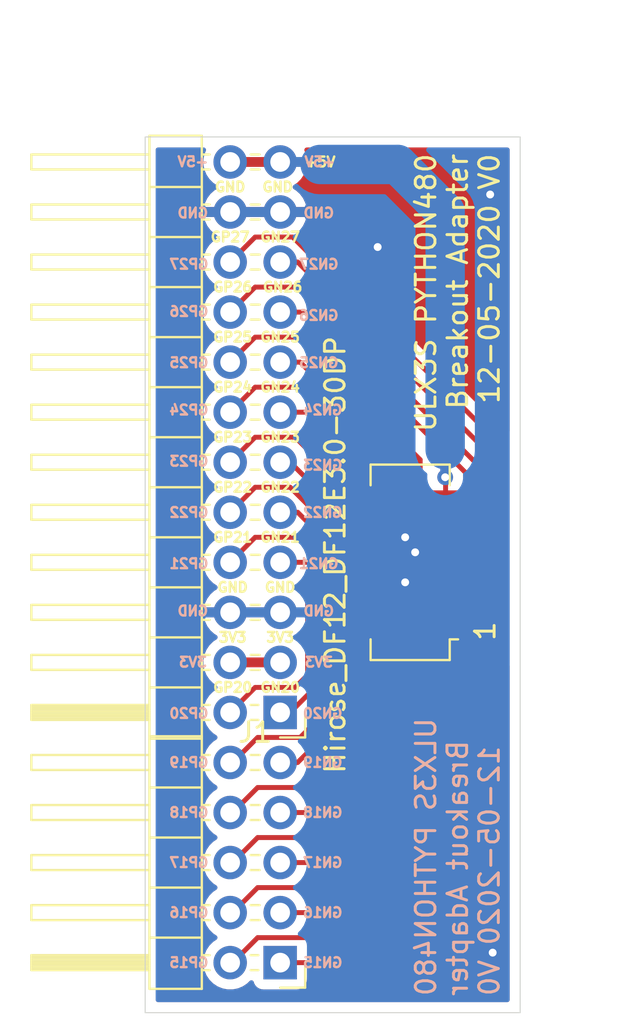
<source format=kicad_pcb>
(kicad_pcb (version 20171130) (host pcbnew "(5.1.5)-3")

  (general
    (thickness 1.6)
    (drawings 71)
    (tracks 161)
    (zones 0)
    (modules 3)
    (nets 30)
  )

  (page A4)
  (layers
    (0 F.Cu signal)
    (31 B.Cu signal)
    (32 B.Adhes user)
    (33 F.Adhes user)
    (34 B.Paste user)
    (35 F.Paste user)
    (36 B.SilkS user)
    (37 F.SilkS user)
    (38 B.Mask user)
    (39 F.Mask user)
    (40 Dwgs.User user)
    (41 Cmts.User user)
    (42 Eco1.User user)
    (43 Eco2.User user)
    (44 Edge.Cuts user)
    (45 Margin user)
    (46 B.CrtYd user)
    (47 F.CrtYd user)
    (48 B.Fab user)
    (49 F.Fab user)
  )

  (setup
    (last_trace_width 0.25)
    (user_trace_width 0.2)
    (user_trace_width 0.25)
    (user_trace_width 0.5)
    (user_trace_width 2)
    (trace_clearance 0.2)
    (zone_clearance 0.508)
    (zone_45_only no)
    (trace_min 0.2)
    (via_size 0.8)
    (via_drill 0.4)
    (via_min_size 0.4)
    (via_min_drill 0.3)
    (user_via 0.6 0.3)
    (user_via 0.8 0.4)
    (uvia_size 0.3)
    (uvia_drill 0.1)
    (uvias_allowed no)
    (uvia_min_size 0.2)
    (uvia_min_drill 0.1)
    (edge_width 0.05)
    (segment_width 0.2)
    (pcb_text_width 0.3)
    (pcb_text_size 1.5 1.5)
    (mod_edge_width 0.12)
    (mod_text_size 1 1)
    (mod_text_width 0.15)
    (pad_size 1.524 1.524)
    (pad_drill 0.762)
    (pad_to_mask_clearance 0.051)
    (solder_mask_min_width 0.25)
    (aux_axis_origin 0 0)
    (visible_elements 7FFFFFFF)
    (pcbplotparams
      (layerselection 0x010fc_ffffffff)
      (usegerberextensions false)
      (usegerberattributes false)
      (usegerberadvancedattributes false)
      (creategerberjobfile false)
      (excludeedgelayer true)
      (linewidth 0.100000)
      (plotframeref false)
      (viasonmask false)
      (mode 1)
      (useauxorigin false)
      (hpglpennumber 1)
      (hpglpenspeed 20)
      (hpglpendiameter 15.000000)
      (psnegative false)
      (psa4output false)
      (plotreference true)
      (plotvalue true)
      (plotinvisibletext false)
      (padsonsilk false)
      (subtractmaskfromsilk false)
      (outputformat 1)
      (mirror false)
      (drillshape 1)
      (scaleselection 1)
      (outputdirectory ""))
  )

  (net 0 "")
  (net 1 GND)
  (net 2 +5V)
  (net 3 +3V3)
  (net 4 /ENABLE_1.8)
  (net 5 /ENABLE_3.3)
  (net 6 /D0)
  (net 7 /D1)
  (net 8 /CLK_OUT)
  (net 9 /D4)
  (net 10 /D7)
  (net 11 /D6)
  (net 12 /FRAME_VALID)
  (net 13 /LINE_VALID)
  (net 14 /MONITOR2)
  (net 15 /MISO)
  (net 16 /MOSI)
  (net 17 /ENABLE_3.3VPIX)
  (net 18 /EXT_CLOCK_IN)
  (net 19 /D2)
  (net 20 /D3)
  (net 21 /D5)
  (net 22 /D8)
  (net 23 /D9)
  (net 24 /NRESET)
  (net 25 /NCS)
  (net 26 /SCK)
  (net 27 /MONITOR0)
  (net 28 /TRIG0)
  (net 29 /MONITOR1)

  (net_class Default "This is the default net class."
    (clearance 0.2)
    (trace_width 0.25)
    (via_dia 0.8)
    (via_drill 0.4)
    (uvia_dia 0.3)
    (uvia_drill 0.1)
    (add_net +3V3)
    (add_net +5V)
    (add_net /CLK_OUT)
    (add_net /D0)
    (add_net /D1)
    (add_net /D2)
    (add_net /D3)
    (add_net /D4)
    (add_net /D5)
    (add_net /D6)
    (add_net /D7)
    (add_net /D8)
    (add_net /D9)
    (add_net /ENABLE_1.8)
    (add_net /ENABLE_3.3)
    (add_net /ENABLE_3.3VPIX)
    (add_net /EXT_CLOCK_IN)
    (add_net /FRAME_VALID)
    (add_net /LINE_VALID)
    (add_net /MISO)
    (add_net /MONITOR0)
    (add_net /MONITOR1)
    (add_net /MONITOR2)
    (add_net /MOSI)
    (add_net /NCS)
    (add_net /NRESET)
    (add_net /SCK)
    (add_net /TRIG0)
    (add_net GND)
  )

  (module Connector_PinHeader_2.54mm:PinHeader_2x05_P2.54mm_Horizontal (layer F.Cu) (tedit 59FED5CB) (tstamp 5EBAEFA3)
    (at 126.238 120.65 180)
    (descr "Through hole angled pin header, 2x05, 2.54mm pitch, 6mm pin length, double rows")
    (tags "Through hole angled pin header THT 2x05 2.54mm double row")
    (path /5EC617FA)
    (fp_text reference J2 (at 5.655 -2.27) (layer Dwgs.User)
      (effects (font (size 1 1) (thickness 0.15)))
    )
    (fp_text value Conn_02x05_Odd_Even (at 5.655 12.43) (layer F.Fab)
      (effects (font (size 1 1) (thickness 0.15)))
    )
    (fp_text user %R (at 5.31 5.08 90) (layer F.Fab)
      (effects (font (size 1 1) (thickness 0.15)))
    )
    (fp_line (start 13.1 -1.8) (end -1.8 -1.8) (layer F.CrtYd) (width 0.05))
    (fp_line (start 13.1 11.95) (end 13.1 -1.8) (layer F.CrtYd) (width 0.05))
    (fp_line (start -1.8 11.95) (end 13.1 11.95) (layer F.CrtYd) (width 0.05))
    (fp_line (start -1.8 -1.8) (end -1.8 11.95) (layer F.CrtYd) (width 0.05))
    (fp_line (start -1.27 -1.27) (end 0 -1.27) (layer F.SilkS) (width 0.12))
    (fp_line (start -1.27 0) (end -1.27 -1.27) (layer F.SilkS) (width 0.12))
    (fp_line (start 1.042929 10.54) (end 1.497071 10.54) (layer F.SilkS) (width 0.12))
    (fp_line (start 1.042929 9.78) (end 1.497071 9.78) (layer F.SilkS) (width 0.12))
    (fp_line (start 3.582929 10.54) (end 3.98 10.54) (layer F.SilkS) (width 0.12))
    (fp_line (start 3.582929 9.78) (end 3.98 9.78) (layer F.SilkS) (width 0.12))
    (fp_line (start 12.64 10.54) (end 6.64 10.54) (layer F.SilkS) (width 0.12))
    (fp_line (start 12.64 9.78) (end 12.64 10.54) (layer F.SilkS) (width 0.12))
    (fp_line (start 6.64 9.78) (end 12.64 9.78) (layer F.SilkS) (width 0.12))
    (fp_line (start 3.98 8.89) (end 6.64 8.89) (layer F.SilkS) (width 0.12))
    (fp_line (start 1.042929 8) (end 1.497071 8) (layer F.SilkS) (width 0.12))
    (fp_line (start 1.042929 7.24) (end 1.497071 7.24) (layer F.SilkS) (width 0.12))
    (fp_line (start 3.582929 8) (end 3.98 8) (layer F.SilkS) (width 0.12))
    (fp_line (start 3.582929 7.24) (end 3.98 7.24) (layer F.SilkS) (width 0.12))
    (fp_line (start 12.64 8) (end 6.64 8) (layer F.SilkS) (width 0.12))
    (fp_line (start 12.64 7.24) (end 12.64 8) (layer F.SilkS) (width 0.12))
    (fp_line (start 6.64 7.24) (end 12.64 7.24) (layer F.SilkS) (width 0.12))
    (fp_line (start 3.98 6.35) (end 6.64 6.35) (layer F.SilkS) (width 0.12))
    (fp_line (start 1.042929 5.46) (end 1.497071 5.46) (layer F.SilkS) (width 0.12))
    (fp_line (start 1.042929 4.7) (end 1.497071 4.7) (layer F.SilkS) (width 0.12))
    (fp_line (start 3.582929 5.46) (end 3.98 5.46) (layer F.SilkS) (width 0.12))
    (fp_line (start 3.582929 4.7) (end 3.98 4.7) (layer F.SilkS) (width 0.12))
    (fp_line (start 12.64 5.46) (end 6.64 5.46) (layer F.SilkS) (width 0.12))
    (fp_line (start 12.64 4.7) (end 12.64 5.46) (layer F.SilkS) (width 0.12))
    (fp_line (start 6.64 4.7) (end 12.64 4.7) (layer F.SilkS) (width 0.12))
    (fp_line (start 3.98 3.81) (end 6.64 3.81) (layer F.SilkS) (width 0.12))
    (fp_line (start 1.042929 2.92) (end 1.497071 2.92) (layer F.SilkS) (width 0.12))
    (fp_line (start 1.042929 2.16) (end 1.497071 2.16) (layer F.SilkS) (width 0.12))
    (fp_line (start 3.582929 2.92) (end 3.98 2.92) (layer F.SilkS) (width 0.12))
    (fp_line (start 3.582929 2.16) (end 3.98 2.16) (layer F.SilkS) (width 0.12))
    (fp_line (start 12.64 2.92) (end 6.64 2.92) (layer F.SilkS) (width 0.12))
    (fp_line (start 12.64 2.16) (end 12.64 2.92) (layer F.SilkS) (width 0.12))
    (fp_line (start 6.64 2.16) (end 12.64 2.16) (layer F.SilkS) (width 0.12))
    (fp_line (start 3.98 1.27) (end 6.64 1.27) (layer F.SilkS) (width 0.12))
    (fp_line (start 1.11 0.38) (end 1.497071 0.38) (layer F.SilkS) (width 0.12))
    (fp_line (start 1.11 -0.38) (end 1.497071 -0.38) (layer F.SilkS) (width 0.12))
    (fp_line (start 3.582929 0.38) (end 3.98 0.38) (layer F.SilkS) (width 0.12))
    (fp_line (start 3.582929 -0.38) (end 3.98 -0.38) (layer F.SilkS) (width 0.12))
    (fp_line (start 6.64 0.28) (end 12.64 0.28) (layer F.SilkS) (width 0.12))
    (fp_line (start 6.64 0.16) (end 12.64 0.16) (layer F.SilkS) (width 0.12))
    (fp_line (start 6.64 0.04) (end 12.64 0.04) (layer F.SilkS) (width 0.12))
    (fp_line (start 6.64 -0.08) (end 12.64 -0.08) (layer F.SilkS) (width 0.12))
    (fp_line (start 6.64 -0.2) (end 12.64 -0.2) (layer F.SilkS) (width 0.12))
    (fp_line (start 6.64 -0.32) (end 12.64 -0.32) (layer F.SilkS) (width 0.12))
    (fp_line (start 12.64 0.38) (end 6.64 0.38) (layer F.SilkS) (width 0.12))
    (fp_line (start 12.64 -0.38) (end 12.64 0.38) (layer F.SilkS) (width 0.12))
    (fp_line (start 6.64 -0.38) (end 12.64 -0.38) (layer F.SilkS) (width 0.12))
    (fp_line (start 6.64 -1.33) (end 3.98 -1.33) (layer F.SilkS) (width 0.12))
    (fp_line (start 6.64 11.49) (end 6.64 -1.33) (layer F.SilkS) (width 0.12))
    (fp_line (start 3.98 11.49) (end 6.64 11.49) (layer F.SilkS) (width 0.12))
    (fp_line (start 3.98 -1.33) (end 3.98 11.49) (layer F.SilkS) (width 0.12))
    (fp_line (start 6.58 10.48) (end 12.58 10.48) (layer F.Fab) (width 0.1))
    (fp_line (start 12.58 9.84) (end 12.58 10.48) (layer F.Fab) (width 0.1))
    (fp_line (start 6.58 9.84) (end 12.58 9.84) (layer F.Fab) (width 0.1))
    (fp_line (start -0.32 10.48) (end 4.04 10.48) (layer F.Fab) (width 0.1))
    (fp_line (start -0.32 9.84) (end -0.32 10.48) (layer F.Fab) (width 0.1))
    (fp_line (start -0.32 9.84) (end 4.04 9.84) (layer F.Fab) (width 0.1))
    (fp_line (start 6.58 7.94) (end 12.58 7.94) (layer F.Fab) (width 0.1))
    (fp_line (start 12.58 7.3) (end 12.58 7.94) (layer F.Fab) (width 0.1))
    (fp_line (start 6.58 7.3) (end 12.58 7.3) (layer F.Fab) (width 0.1))
    (fp_line (start -0.32 7.94) (end 4.04 7.94) (layer F.Fab) (width 0.1))
    (fp_line (start -0.32 7.3) (end -0.32 7.94) (layer F.Fab) (width 0.1))
    (fp_line (start -0.32 7.3) (end 4.04 7.3) (layer F.Fab) (width 0.1))
    (fp_line (start 6.58 5.4) (end 12.58 5.4) (layer F.Fab) (width 0.1))
    (fp_line (start 12.58 4.76) (end 12.58 5.4) (layer F.Fab) (width 0.1))
    (fp_line (start 6.58 4.76) (end 12.58 4.76) (layer F.Fab) (width 0.1))
    (fp_line (start -0.32 5.4) (end 4.04 5.4) (layer F.Fab) (width 0.1))
    (fp_line (start -0.32 4.76) (end -0.32 5.4) (layer F.Fab) (width 0.1))
    (fp_line (start -0.32 4.76) (end 4.04 4.76) (layer F.Fab) (width 0.1))
    (fp_line (start 6.58 2.86) (end 12.58 2.86) (layer F.Fab) (width 0.1))
    (fp_line (start 12.58 2.22) (end 12.58 2.86) (layer F.Fab) (width 0.1))
    (fp_line (start 6.58 2.22) (end 12.58 2.22) (layer F.Fab) (width 0.1))
    (fp_line (start -0.32 2.86) (end 4.04 2.86) (layer F.Fab) (width 0.1))
    (fp_line (start -0.32 2.22) (end -0.32 2.86) (layer F.Fab) (width 0.1))
    (fp_line (start -0.32 2.22) (end 4.04 2.22) (layer F.Fab) (width 0.1))
    (fp_line (start 6.58 0.32) (end 12.58 0.32) (layer F.Fab) (width 0.1))
    (fp_line (start 12.58 -0.32) (end 12.58 0.32) (layer F.Fab) (width 0.1))
    (fp_line (start 6.58 -0.32) (end 12.58 -0.32) (layer F.Fab) (width 0.1))
    (fp_line (start -0.32 0.32) (end 4.04 0.32) (layer F.Fab) (width 0.1))
    (fp_line (start -0.32 -0.32) (end -0.32 0.32) (layer F.Fab) (width 0.1))
    (fp_line (start -0.32 -0.32) (end 4.04 -0.32) (layer F.Fab) (width 0.1))
    (fp_line (start 4.04 -0.635) (end 4.675 -1.27) (layer F.Fab) (width 0.1))
    (fp_line (start 4.04 11.43) (end 4.04 -0.635) (layer F.Fab) (width 0.1))
    (fp_line (start 6.58 11.43) (end 4.04 11.43) (layer F.Fab) (width 0.1))
    (fp_line (start 6.58 -1.27) (end 6.58 11.43) (layer F.Fab) (width 0.1))
    (fp_line (start 4.675 -1.27) (end 6.58 -1.27) (layer F.Fab) (width 0.1))
    (pad 10 thru_hole oval (at 2.54 10.16 180) (size 1.7 1.7) (drill 1) (layers *.Cu *.Mask)
      (net 13 /LINE_VALID))
    (pad 9 thru_hole oval (at 0 10.16 180) (size 1.7 1.7) (drill 1) (layers *.Cu *.Mask)
      (net 14 /MONITOR2))
    (pad 8 thru_hole oval (at 2.54 7.62 180) (size 1.7 1.7) (drill 1) (layers *.Cu *.Mask)
      (net 15 /MISO))
    (pad 7 thru_hole oval (at 0 7.62 180) (size 1.7 1.7) (drill 1) (layers *.Cu *.Mask)
      (net 16 /MOSI))
    (pad 6 thru_hole oval (at 2.54 5.08 180) (size 1.7 1.7) (drill 1) (layers *.Cu *.Mask)
      (net 27 /MONITOR0))
    (pad 5 thru_hole oval (at 0 5.08 180) (size 1.7 1.7) (drill 1) (layers *.Cu *.Mask)
      (net 28 /TRIG0))
    (pad 4 thru_hole oval (at 2.54 2.54 180) (size 1.7 1.7) (drill 1) (layers *.Cu *.Mask)
      (net 29 /MONITOR1))
    (pad 3 thru_hole oval (at 0 2.54 180) (size 1.7 1.7) (drill 1) (layers *.Cu *.Mask)
      (net 26 /SCK))
    (pad 2 thru_hole oval (at 2.54 0 180) (size 1.7 1.7) (drill 1) (layers *.Cu *.Mask)
      (net 25 /NCS))
    (pad 1 thru_hole rect (at 0 0 180) (size 1.7 1.7) (drill 1) (layers *.Cu *.Mask)
      (net 24 /NRESET))
    (model ${KISYS3DMOD}/Connector_PinHeader_2.54mm.3dshapes/PinHeader_2x05_P2.54mm_Horizontal.wrl
      (at (xyz 0 0 0))
      (scale (xyz 1 1 1))
      (rotate (xyz 0 0 0))
    )
  )

  (module Connector_Hirose:Hirose_DF12_DF12E3.0-30DP-0.5V_2x15_P0.50mm_Vertical (layer F.Cu) (tedit 5D2467A2) (tstamp 5EBA7701)
    (at 132.842 100.33 90)
    (descr "Hirose DF12E SMD, DF12E3.0-30DP-0.5V, 30 Pins per row (https://www.hirose.com/product/document?clcode=CL0537-0834-6-81&productname=DF12E(3.0)-50DP-0.5V(81)&series=DF12&documenttype=2DDrawing&lang=en&documentid=0000992393), generated with kicad-footprint-generator")
    (tags "connector Hirose DF12 vertical")
    (path /5EBC87AC)
    (attr smd)
    (fp_text reference J3 (at 0 -4.1 90) (layer Dwgs.User)
      (effects (font (size 1 1) (thickness 0.15)))
    )
    (fp_text value Hirose_DF12_DF12E3.0-30DP (at 0.381 -3.81 90) (layer F.SilkS)
      (effects (font (size 1 1) (thickness 0.15)))
    )
    (fp_text user %R (at 0 -1.2 90) (layer F.Fab)
      (effects (font (size 1 1) (thickness 0.15)))
    )
    (fp_line (start 5.35 -3.1) (end -5.35 -3.1) (layer F.CrtYd) (width 0.05))
    (fp_line (start 5.35 3.1) (end 5.35 -3.1) (layer F.CrtYd) (width 0.05))
    (fp_line (start -5.35 3.1) (end 5.35 3.1) (layer F.CrtYd) (width 0.05))
    (fp_line (start -5.35 -3.1) (end -5.35 3.1) (layer F.CrtYd) (width 0.05))
    (fp_line (start 4.96 -2.01) (end 3.91 -2.01) (layer F.SilkS) (width 0.12))
    (fp_line (start 4.96 2.01) (end 4.96 -2.01) (layer F.SilkS) (width 0.12))
    (fp_line (start 3.91 2.01) (end 4.96 2.01) (layer F.SilkS) (width 0.12))
    (fp_line (start -4.96 -2.01) (end -3.91 -2.01) (layer F.SilkS) (width 0.12))
    (fp_line (start -4.96 2.01) (end -4.96 -2.01) (layer F.SilkS) (width 0.12))
    (fp_line (start -3.91 2.01) (end -4.96 2.01) (layer F.SilkS) (width 0.12))
    (fp_line (start -3.91 2.433333) (end -3.91 2.01) (layer F.SilkS) (width 0.12))
    (fp_line (start -3.3 2.65) (end -3.7 2.65) (layer F.Fab) (width 0.1))
    (fp_line (start -3.5 1.8) (end -3.3 2.65) (layer F.Fab) (width 0.1))
    (fp_line (start -3.7 2.65) (end -3.5 1.8) (layer F.Fab) (width 0.1))
    (fp_line (start 4.1 1.225) (end -4.1 1.225) (layer F.Fab) (width 0.1))
    (fp_line (start 4.1 -1.225) (end 4.1 1.225) (layer F.Fab) (width 0.1))
    (fp_line (start -4.1 -1.225) (end 4.1 -1.225) (layer F.Fab) (width 0.1))
    (fp_line (start -4.1 1.225) (end -4.1 -1.225) (layer F.Fab) (width 0.1))
    (fp_line (start 4.85 1.9) (end -4.85 1.9) (layer F.Fab) (width 0.1))
    (fp_line (start 4.85 -1.9) (end 4.85 1.9) (layer F.Fab) (width 0.1))
    (fp_line (start -4.85 -1.9) (end 4.85 -1.9) (layer F.Fab) (width 0.1))
    (fp_line (start -4.85 1.9) (end -4.85 -1.9) (layer F.Fab) (width 0.1))
    (pad "" smd rect (at 3.5 -2 90) (size 0.28 1.2) (layers F.Paste))
    (pad "" smd rect (at 3 -2 90) (size 0.28 1.2) (layers F.Paste))
    (pad "" smd rect (at 2.5 -2 90) (size 0.28 1.2) (layers F.Paste))
    (pad "" smd rect (at 2 -2 90) (size 0.28 1.2) (layers F.Paste))
    (pad "" smd rect (at 1.5 -2 90) (size 0.28 1.2) (layers F.Paste))
    (pad "" smd rect (at 1 -2 90) (size 0.28 1.2) (layers F.Paste))
    (pad "" smd rect (at 0.5 -2 90) (size 0.28 1.2) (layers F.Paste))
    (pad "" smd rect (at 0 -2 90) (size 0.28 1.2) (layers F.Paste))
    (pad "" smd rect (at -0.5 -2 90) (size 0.28 1.2) (layers F.Paste))
    (pad "" smd rect (at -1 -2 90) (size 0.28 1.2) (layers F.Paste))
    (pad "" smd rect (at -1.5 -2 90) (size 0.28 1.2) (layers F.Paste))
    (pad "" smd rect (at -2 -2 90) (size 0.28 1.2) (layers F.Paste))
    (pad "" smd rect (at -2.5 -2 90) (size 0.28 1.2) (layers F.Paste))
    (pad "" smd rect (at -3 -2 90) (size 0.28 1.2) (layers F.Paste))
    (pad "" smd rect (at -3.5 -2 90) (size 0.28 1.2) (layers F.Paste))
    (pad "" smd rect (at 3.5 2 90) (size 0.28 1.2) (layers F.Paste))
    (pad "" smd rect (at 3 2 90) (size 0.28 1.2) (layers F.Paste))
    (pad "" smd rect (at 2.5 2 90) (size 0.28 1.2) (layers F.Paste))
    (pad "" smd rect (at 2 2 90) (size 0.28 1.2) (layers F.Paste))
    (pad "" smd rect (at 1.5 2 90) (size 0.28 1.2) (layers F.Paste))
    (pad "" smd rect (at 1 2 90) (size 0.28 1.2) (layers F.Paste))
    (pad "" smd rect (at 0.5 2 90) (size 0.28 1.2) (layers F.Paste))
    (pad "" smd rect (at 0 2 90) (size 0.28 1.2) (layers F.Paste))
    (pad "" smd rect (at -0.5 2 90) (size 0.28 1.2) (layers F.Paste))
    (pad "" smd rect (at -1 2 90) (size 0.28 1.2) (layers F.Paste))
    (pad "" smd rect (at -1.5 2 90) (size 0.28 1.2) (layers F.Paste))
    (pad "" smd rect (at -2 2 90) (size 0.28 1.2) (layers F.Paste))
    (pad "" smd rect (at -2.5 2 90) (size 0.28 1.2) (layers F.Paste))
    (pad "" smd rect (at -3 2 90) (size 0.28 1.2) (layers F.Paste))
    (pad "" smd rect (at -3.5 2 90) (size 0.28 1.2) (layers F.Paste))
    (pad 30 smd rect (at 3.5 -1.8 90) (size 0.3 1.6) (layers F.Cu F.Mask)
      (net 4 /ENABLE_1.8))
    (pad 29 smd rect (at 3 -1.8 90) (size 0.3 1.6) (layers F.Cu F.Mask)
      (net 5 /ENABLE_3.3))
    (pad 28 smd rect (at 2.5 -1.8 90) (size 0.3 1.6) (layers F.Cu F.Mask)
      (net 6 /D0))
    (pad 27 smd rect (at 2 -1.8 90) (size 0.3 1.6) (layers F.Cu F.Mask)
      (net 7 /D1))
    (pad 26 smd rect (at 1.5 -1.8 90) (size 0.3 1.6) (layers F.Cu F.Mask)
      (net 1 GND))
    (pad 25 smd rect (at 1 -1.8 90) (size 0.3 1.6) (layers F.Cu F.Mask)
      (net 8 /CLK_OUT))
    (pad 24 smd rect (at 0.5 -1.8 90) (size 0.3 1.6) (layers F.Cu F.Mask)
      (net 9 /D4))
    (pad 23 smd rect (at 0 -1.8 90) (size 0.3 1.6) (layers F.Cu F.Mask)
      (net 10 /D7))
    (pad 22 smd rect (at -0.5 -1.8 90) (size 0.3 1.6) (layers F.Cu F.Mask)
      (net 11 /D6))
    (pad 21 smd rect (at -1 -1.8 90) (size 0.3 1.6) (layers F.Cu F.Mask)
      (net 1 GND))
    (pad 20 smd rect (at -1.5 -1.8 90) (size 0.3 1.6) (layers F.Cu F.Mask)
      (net 12 /FRAME_VALID))
    (pad 19 smd rect (at -2 -1.8 90) (size 0.3 1.6) (layers F.Cu F.Mask)
      (net 13 /LINE_VALID))
    (pad 18 smd rect (at -2.5 -1.8 90) (size 0.3 1.6) (layers F.Cu F.Mask)
      (net 14 /MONITOR2))
    (pad 17 smd rect (at -3 -1.8 90) (size 0.3 1.6) (layers F.Cu F.Mask)
      (net 15 /MISO))
    (pad 16 smd rect (at -3.5 -1.8 90) (size 0.3 1.6) (layers F.Cu F.Mask)
      (net 16 /MOSI))
    (pad 15 smd rect (at 3.5 1.8 90) (size 0.3 1.6) (layers F.Cu F.Mask)
      (net 2 +5V))
    (pad 14 smd rect (at 3 1.8 90) (size 0.3 1.6) (layers F.Cu F.Mask)
      (net 17 /ENABLE_3.3VPIX))
    (pad 13 smd rect (at 2.5 1.8 90) (size 0.3 1.6) (layers F.Cu F.Mask)
      (net 18 /EXT_CLOCK_IN))
    (pad 12 smd rect (at 2 1.8 90) (size 0.3 1.6) (layers F.Cu F.Mask)
      (net 19 /D2))
    (pad 11 smd rect (at 1.5 1.8 90) (size 0.3 1.6) (layers F.Cu F.Mask)
      (net 20 /D3))
    (pad 10 smd rect (at 1 1.8 90) (size 0.3 1.6) (layers F.Cu F.Mask)
      (net 1 GND))
    (pad 9 smd rect (at 0.5 1.8 90) (size 0.3 1.6) (layers F.Cu F.Mask)
      (net 21 /D5))
    (pad 8 smd rect (at 0 1.8 90) (size 0.3 1.6) (layers F.Cu F.Mask)
      (net 22 /D8))
    (pad 7 smd rect (at -0.5 1.8 90) (size 0.3 1.6) (layers F.Cu F.Mask)
      (net 23 /D9))
    (pad 6 smd rect (at -1 1.8 90) (size 0.3 1.6) (layers F.Cu F.Mask)
      (net 24 /NRESET))
    (pad 5 smd rect (at -1.5 1.8 90) (size 0.3 1.6) (layers F.Cu F.Mask)
      (net 25 /NCS))
    (pad 4 smd rect (at -2 1.8 90) (size 0.3 1.6) (layers F.Cu F.Mask)
      (net 26 /SCK))
    (pad 3 smd rect (at -2.5 1.8 90) (size 0.3 1.6) (layers F.Cu F.Mask)
      (net 27 /MONITOR0))
    (pad 2 smd rect (at -3 1.8 90) (size 0.3 1.6) (layers F.Cu F.Mask)
      (net 28 /TRIG0))
    (pad 1 smd rect (at -3.5 1.8 90) (size 0.3 1.6) (layers F.Cu F.Mask)
      (net 29 /MONITOR1))
    (model ${KISYS3DMOD}/Connector_Hirose.3dshapes/Hirose_DF12_DF12E3.0-30DP-0.5V_2x15_P0.50mm_Vertical.wrl
      (at (xyz 0 0 0))
      (scale (xyz 1 1 1))
      (rotate (xyz 0 0 0))
    )
  )

  (module Connector_PinHeader_2.54mm:PinHeader_2x12_P2.54mm_Horizontal (layer F.Cu) (tedit 59FED5CB) (tstamp 5DF3E780)
    (at 126.238 107.95 180)
    (descr "Through hole angled pin header, 2x12, 2.54mm pitch, 6mm pin length, double rows")
    (tags "Through hole angled pin header THT 2x12 2.54mm double row")
    (path /5DF73C50)
    (fp_text reference J1 (at 1.27 -1.016) (layer F.SilkS)
      (effects (font (size 1 1) (thickness 0.15)))
    )
    (fp_text value Conn_02x12_Odd_Even (at -1.143 13.843 90) (layer F.Fab)
      (effects (font (size 1 1) (thickness 0.15)))
    )
    (fp_line (start 4.675 -1.27) (end 6.58 -1.27) (layer F.Fab) (width 0.1))
    (fp_line (start 6.58 -1.27) (end 6.58 29.21) (layer F.Fab) (width 0.1))
    (fp_line (start 6.58 29.21) (end 4.04 29.21) (layer F.Fab) (width 0.1))
    (fp_line (start 4.04 29.21) (end 4.04 -0.635) (layer F.Fab) (width 0.1))
    (fp_line (start 4.04 -0.635) (end 4.675 -1.27) (layer F.Fab) (width 0.1))
    (fp_line (start -0.32 -0.32) (end 4.04 -0.32) (layer F.Fab) (width 0.1))
    (fp_line (start -0.32 -0.32) (end -0.32 0.32) (layer F.Fab) (width 0.1))
    (fp_line (start -0.32 0.32) (end 4.04 0.32) (layer F.Fab) (width 0.1))
    (fp_line (start 6.58 -0.32) (end 12.58 -0.32) (layer F.Fab) (width 0.1))
    (fp_line (start 12.58 -0.32) (end 12.58 0.32) (layer F.Fab) (width 0.1))
    (fp_line (start 6.58 0.32) (end 12.58 0.32) (layer F.Fab) (width 0.1))
    (fp_line (start -0.32 2.22) (end 4.04 2.22) (layer F.Fab) (width 0.1))
    (fp_line (start -0.32 2.22) (end -0.32 2.86) (layer F.Fab) (width 0.1))
    (fp_line (start -0.32 2.86) (end 4.04 2.86) (layer F.Fab) (width 0.1))
    (fp_line (start 6.58 2.22) (end 12.58 2.22) (layer F.Fab) (width 0.1))
    (fp_line (start 12.58 2.22) (end 12.58 2.86) (layer F.Fab) (width 0.1))
    (fp_line (start 6.58 2.86) (end 12.58 2.86) (layer F.Fab) (width 0.1))
    (fp_line (start -0.32 4.76) (end 4.04 4.76) (layer F.Fab) (width 0.1))
    (fp_line (start -0.32 4.76) (end -0.32 5.4) (layer F.Fab) (width 0.1))
    (fp_line (start -0.32 5.4) (end 4.04 5.4) (layer F.Fab) (width 0.1))
    (fp_line (start 6.58 4.76) (end 12.58 4.76) (layer F.Fab) (width 0.1))
    (fp_line (start 12.58 4.76) (end 12.58 5.4) (layer F.Fab) (width 0.1))
    (fp_line (start 6.58 5.4) (end 12.58 5.4) (layer F.Fab) (width 0.1))
    (fp_line (start -0.32 7.3) (end 4.04 7.3) (layer F.Fab) (width 0.1))
    (fp_line (start -0.32 7.3) (end -0.32 7.94) (layer F.Fab) (width 0.1))
    (fp_line (start -0.32 7.94) (end 4.04 7.94) (layer F.Fab) (width 0.1))
    (fp_line (start 6.58 7.3) (end 12.58 7.3) (layer F.Fab) (width 0.1))
    (fp_line (start 12.58 7.3) (end 12.58 7.94) (layer F.Fab) (width 0.1))
    (fp_line (start 6.58 7.94) (end 12.58 7.94) (layer F.Fab) (width 0.1))
    (fp_line (start -0.32 9.84) (end 4.04 9.84) (layer F.Fab) (width 0.1))
    (fp_line (start -0.32 9.84) (end -0.32 10.48) (layer F.Fab) (width 0.1))
    (fp_line (start -0.32 10.48) (end 4.04 10.48) (layer F.Fab) (width 0.1))
    (fp_line (start 6.58 9.84) (end 12.58 9.84) (layer F.Fab) (width 0.1))
    (fp_line (start 12.58 9.84) (end 12.58 10.48) (layer F.Fab) (width 0.1))
    (fp_line (start 6.58 10.48) (end 12.58 10.48) (layer F.Fab) (width 0.1))
    (fp_line (start -0.32 12.38) (end 4.04 12.38) (layer F.Fab) (width 0.1))
    (fp_line (start -0.32 12.38) (end -0.32 13.02) (layer F.Fab) (width 0.1))
    (fp_line (start -0.32 13.02) (end 4.04 13.02) (layer F.Fab) (width 0.1))
    (fp_line (start 6.58 12.38) (end 12.58 12.38) (layer F.Fab) (width 0.1))
    (fp_line (start 12.58 12.38) (end 12.58 13.02) (layer F.Fab) (width 0.1))
    (fp_line (start 6.58 13.02) (end 12.58 13.02) (layer F.Fab) (width 0.1))
    (fp_line (start -0.32 14.92) (end 4.04 14.92) (layer F.Fab) (width 0.1))
    (fp_line (start -0.32 14.92) (end -0.32 15.56) (layer F.Fab) (width 0.1))
    (fp_line (start -0.32 15.56) (end 4.04 15.56) (layer F.Fab) (width 0.1))
    (fp_line (start 6.58 14.92) (end 12.58 14.92) (layer F.Fab) (width 0.1))
    (fp_line (start 12.58 14.92) (end 12.58 15.56) (layer F.Fab) (width 0.1))
    (fp_line (start 6.58 15.56) (end 12.58 15.56) (layer F.Fab) (width 0.1))
    (fp_line (start -0.32 17.46) (end 4.04 17.46) (layer F.Fab) (width 0.1))
    (fp_line (start -0.32 17.46) (end -0.32 18.1) (layer F.Fab) (width 0.1))
    (fp_line (start -0.32 18.1) (end 4.04 18.1) (layer F.Fab) (width 0.1))
    (fp_line (start 6.58 17.46) (end 12.58 17.46) (layer F.Fab) (width 0.1))
    (fp_line (start 12.58 17.46) (end 12.58 18.1) (layer F.Fab) (width 0.1))
    (fp_line (start 6.58 18.1) (end 12.58 18.1) (layer F.Fab) (width 0.1))
    (fp_line (start -0.32 20) (end 4.04 20) (layer F.Fab) (width 0.1))
    (fp_line (start -0.32 20) (end -0.32 20.64) (layer F.Fab) (width 0.1))
    (fp_line (start -0.32 20.64) (end 4.04 20.64) (layer F.Fab) (width 0.1))
    (fp_line (start 6.58 20) (end 12.58 20) (layer F.Fab) (width 0.1))
    (fp_line (start 12.58 20) (end 12.58 20.64) (layer F.Fab) (width 0.1))
    (fp_line (start 6.58 20.64) (end 12.58 20.64) (layer F.Fab) (width 0.1))
    (fp_line (start -0.32 22.54) (end 4.04 22.54) (layer F.Fab) (width 0.1))
    (fp_line (start -0.32 22.54) (end -0.32 23.18) (layer F.Fab) (width 0.1))
    (fp_line (start -0.32 23.18) (end 4.04 23.18) (layer F.Fab) (width 0.1))
    (fp_line (start 6.58 22.54) (end 12.58 22.54) (layer F.Fab) (width 0.1))
    (fp_line (start 12.58 22.54) (end 12.58 23.18) (layer F.Fab) (width 0.1))
    (fp_line (start 6.58 23.18) (end 12.58 23.18) (layer F.Fab) (width 0.1))
    (fp_line (start -0.32 25.08) (end 4.04 25.08) (layer F.Fab) (width 0.1))
    (fp_line (start -0.32 25.08) (end -0.32 25.72) (layer F.Fab) (width 0.1))
    (fp_line (start -0.32 25.72) (end 4.04 25.72) (layer F.Fab) (width 0.1))
    (fp_line (start 6.58 25.08) (end 12.58 25.08) (layer F.Fab) (width 0.1))
    (fp_line (start 12.58 25.08) (end 12.58 25.72) (layer F.Fab) (width 0.1))
    (fp_line (start 6.58 25.72) (end 12.58 25.72) (layer F.Fab) (width 0.1))
    (fp_line (start -0.32 27.62) (end 4.04 27.62) (layer F.Fab) (width 0.1))
    (fp_line (start -0.32 27.62) (end -0.32 28.26) (layer F.Fab) (width 0.1))
    (fp_line (start -0.32 28.26) (end 4.04 28.26) (layer F.Fab) (width 0.1))
    (fp_line (start 6.58 27.62) (end 12.58 27.62) (layer F.Fab) (width 0.1))
    (fp_line (start 12.58 27.62) (end 12.58 28.26) (layer F.Fab) (width 0.1))
    (fp_line (start 6.58 28.26) (end 12.58 28.26) (layer F.Fab) (width 0.1))
    (fp_line (start 3.98 -1.33) (end 3.98 29.27) (layer F.SilkS) (width 0.12))
    (fp_line (start 3.98 29.27) (end 6.64 29.27) (layer F.SilkS) (width 0.12))
    (fp_line (start 6.64 29.27) (end 6.64 -1.33) (layer F.SilkS) (width 0.12))
    (fp_line (start 6.64 -1.33) (end 3.98 -1.33) (layer F.SilkS) (width 0.12))
    (fp_line (start 6.64 -0.38) (end 12.64 -0.38) (layer F.SilkS) (width 0.12))
    (fp_line (start 12.64 -0.38) (end 12.64 0.38) (layer F.SilkS) (width 0.12))
    (fp_line (start 12.64 0.38) (end 6.64 0.38) (layer F.SilkS) (width 0.12))
    (fp_line (start 6.64 -0.32) (end 12.64 -0.32) (layer F.SilkS) (width 0.12))
    (fp_line (start 6.64 -0.2) (end 12.64 -0.2) (layer F.SilkS) (width 0.12))
    (fp_line (start 6.64 -0.08) (end 12.64 -0.08) (layer F.SilkS) (width 0.12))
    (fp_line (start 6.64 0.04) (end 12.64 0.04) (layer F.SilkS) (width 0.12))
    (fp_line (start 6.64 0.16) (end 12.64 0.16) (layer F.SilkS) (width 0.12))
    (fp_line (start 6.64 0.28) (end 12.64 0.28) (layer F.SilkS) (width 0.12))
    (fp_line (start 3.582929 -0.38) (end 3.98 -0.38) (layer F.SilkS) (width 0.12))
    (fp_line (start 3.582929 0.38) (end 3.98 0.38) (layer F.SilkS) (width 0.12))
    (fp_line (start 1.11 -0.38) (end 1.497071 -0.38) (layer F.SilkS) (width 0.12))
    (fp_line (start 1.11 0.38) (end 1.497071 0.38) (layer F.SilkS) (width 0.12))
    (fp_line (start 3.98 1.27) (end 6.64 1.27) (layer F.SilkS) (width 0.12))
    (fp_line (start 6.64 2.16) (end 12.64 2.16) (layer F.SilkS) (width 0.12))
    (fp_line (start 12.64 2.16) (end 12.64 2.92) (layer F.SilkS) (width 0.12))
    (fp_line (start 12.64 2.92) (end 6.64 2.92) (layer F.SilkS) (width 0.12))
    (fp_line (start 3.582929 2.16) (end 3.98 2.16) (layer F.SilkS) (width 0.12))
    (fp_line (start 3.582929 2.92) (end 3.98 2.92) (layer F.SilkS) (width 0.12))
    (fp_line (start 1.042929 2.16) (end 1.497071 2.16) (layer F.SilkS) (width 0.12))
    (fp_line (start 1.042929 2.92) (end 1.497071 2.92) (layer F.SilkS) (width 0.12))
    (fp_line (start 3.98 3.81) (end 6.64 3.81) (layer F.SilkS) (width 0.12))
    (fp_line (start 6.64 4.7) (end 12.64 4.7) (layer F.SilkS) (width 0.12))
    (fp_line (start 12.64 4.7) (end 12.64 5.46) (layer F.SilkS) (width 0.12))
    (fp_line (start 12.64 5.46) (end 6.64 5.46) (layer F.SilkS) (width 0.12))
    (fp_line (start 3.582929 4.7) (end 3.98 4.7) (layer F.SilkS) (width 0.12))
    (fp_line (start 3.582929 5.46) (end 3.98 5.46) (layer F.SilkS) (width 0.12))
    (fp_line (start 1.042929 4.7) (end 1.497071 4.7) (layer F.SilkS) (width 0.12))
    (fp_line (start 1.042929 5.46) (end 1.497071 5.46) (layer F.SilkS) (width 0.12))
    (fp_line (start 3.98 6.35) (end 6.64 6.35) (layer F.SilkS) (width 0.12))
    (fp_line (start 6.64 7.24) (end 12.64 7.24) (layer F.SilkS) (width 0.12))
    (fp_line (start 12.64 7.24) (end 12.64 8) (layer F.SilkS) (width 0.12))
    (fp_line (start 12.64 8) (end 6.64 8) (layer F.SilkS) (width 0.12))
    (fp_line (start 3.582929 7.24) (end 3.98 7.24) (layer F.SilkS) (width 0.12))
    (fp_line (start 3.582929 8) (end 3.98 8) (layer F.SilkS) (width 0.12))
    (fp_line (start 1.042929 7.24) (end 1.497071 7.24) (layer F.SilkS) (width 0.12))
    (fp_line (start 1.042929 8) (end 1.497071 8) (layer F.SilkS) (width 0.12))
    (fp_line (start 3.98 8.89) (end 6.64 8.89) (layer F.SilkS) (width 0.12))
    (fp_line (start 6.64 9.78) (end 12.64 9.78) (layer F.SilkS) (width 0.12))
    (fp_line (start 12.64 9.78) (end 12.64 10.54) (layer F.SilkS) (width 0.12))
    (fp_line (start 12.64 10.54) (end 6.64 10.54) (layer F.SilkS) (width 0.12))
    (fp_line (start 3.582929 9.78) (end 3.98 9.78) (layer F.SilkS) (width 0.12))
    (fp_line (start 3.582929 10.54) (end 3.98 10.54) (layer F.SilkS) (width 0.12))
    (fp_line (start 1.042929 9.78) (end 1.497071 9.78) (layer F.SilkS) (width 0.12))
    (fp_line (start 1.042929 10.54) (end 1.497071 10.54) (layer F.SilkS) (width 0.12))
    (fp_line (start 3.98 11.43) (end 6.64 11.43) (layer F.SilkS) (width 0.12))
    (fp_line (start 6.64 12.32) (end 12.64 12.32) (layer F.SilkS) (width 0.12))
    (fp_line (start 12.64 12.32) (end 12.64 13.08) (layer F.SilkS) (width 0.12))
    (fp_line (start 12.64 13.08) (end 6.64 13.08) (layer F.SilkS) (width 0.12))
    (fp_line (start 3.582929 12.32) (end 3.98 12.32) (layer F.SilkS) (width 0.12))
    (fp_line (start 3.582929 13.08) (end 3.98 13.08) (layer F.SilkS) (width 0.12))
    (fp_line (start 1.042929 12.32) (end 1.497071 12.32) (layer F.SilkS) (width 0.12))
    (fp_line (start 1.042929 13.08) (end 1.497071 13.08) (layer F.SilkS) (width 0.12))
    (fp_line (start 3.98 13.97) (end 6.64 13.97) (layer F.SilkS) (width 0.12))
    (fp_line (start 6.64 14.86) (end 12.64 14.86) (layer F.SilkS) (width 0.12))
    (fp_line (start 12.64 14.86) (end 12.64 15.62) (layer F.SilkS) (width 0.12))
    (fp_line (start 12.64 15.62) (end 6.64 15.62) (layer F.SilkS) (width 0.12))
    (fp_line (start 3.582929 14.86) (end 3.98 14.86) (layer F.SilkS) (width 0.12))
    (fp_line (start 3.582929 15.62) (end 3.98 15.62) (layer F.SilkS) (width 0.12))
    (fp_line (start 1.042929 14.86) (end 1.497071 14.86) (layer F.SilkS) (width 0.12))
    (fp_line (start 1.042929 15.62) (end 1.497071 15.62) (layer F.SilkS) (width 0.12))
    (fp_line (start 3.98 16.51) (end 6.64 16.51) (layer F.SilkS) (width 0.12))
    (fp_line (start 6.64 17.4) (end 12.64 17.4) (layer F.SilkS) (width 0.12))
    (fp_line (start 12.64 17.4) (end 12.64 18.16) (layer F.SilkS) (width 0.12))
    (fp_line (start 12.64 18.16) (end 6.64 18.16) (layer F.SilkS) (width 0.12))
    (fp_line (start 3.582929 17.4) (end 3.98 17.4) (layer F.SilkS) (width 0.12))
    (fp_line (start 3.582929 18.16) (end 3.98 18.16) (layer F.SilkS) (width 0.12))
    (fp_line (start 1.042929 17.4) (end 1.497071 17.4) (layer F.SilkS) (width 0.12))
    (fp_line (start 1.042929 18.16) (end 1.497071 18.16) (layer F.SilkS) (width 0.12))
    (fp_line (start 3.98 19.05) (end 6.64 19.05) (layer F.SilkS) (width 0.12))
    (fp_line (start 6.64 19.94) (end 12.64 19.94) (layer F.SilkS) (width 0.12))
    (fp_line (start 12.64 19.94) (end 12.64 20.7) (layer F.SilkS) (width 0.12))
    (fp_line (start 12.64 20.7) (end 6.64 20.7) (layer F.SilkS) (width 0.12))
    (fp_line (start 3.582929 19.94) (end 3.98 19.94) (layer F.SilkS) (width 0.12))
    (fp_line (start 3.582929 20.7) (end 3.98 20.7) (layer F.SilkS) (width 0.12))
    (fp_line (start 1.042929 19.94) (end 1.497071 19.94) (layer F.SilkS) (width 0.12))
    (fp_line (start 1.042929 20.7) (end 1.497071 20.7) (layer F.SilkS) (width 0.12))
    (fp_line (start 3.98 21.59) (end 6.64 21.59) (layer F.SilkS) (width 0.12))
    (fp_line (start 6.64 22.48) (end 12.64 22.48) (layer F.SilkS) (width 0.12))
    (fp_line (start 12.64 22.48) (end 12.64 23.24) (layer F.SilkS) (width 0.12))
    (fp_line (start 12.64 23.24) (end 6.64 23.24) (layer F.SilkS) (width 0.12))
    (fp_line (start 3.582929 22.48) (end 3.98 22.48) (layer F.SilkS) (width 0.12))
    (fp_line (start 3.582929 23.24) (end 3.98 23.24) (layer F.SilkS) (width 0.12))
    (fp_line (start 1.042929 22.48) (end 1.497071 22.48) (layer F.SilkS) (width 0.12))
    (fp_line (start 1.042929 23.24) (end 1.497071 23.24) (layer F.SilkS) (width 0.12))
    (fp_line (start 3.98 24.13) (end 6.64 24.13) (layer F.SilkS) (width 0.12))
    (fp_line (start 6.64 25.02) (end 12.64 25.02) (layer F.SilkS) (width 0.12))
    (fp_line (start 12.64 25.02) (end 12.64 25.78) (layer F.SilkS) (width 0.12))
    (fp_line (start 12.64 25.78) (end 6.64 25.78) (layer F.SilkS) (width 0.12))
    (fp_line (start 3.582929 25.02) (end 3.98 25.02) (layer F.SilkS) (width 0.12))
    (fp_line (start 3.582929 25.78) (end 3.98 25.78) (layer F.SilkS) (width 0.12))
    (fp_line (start 1.042929 25.02) (end 1.497071 25.02) (layer F.SilkS) (width 0.12))
    (fp_line (start 1.042929 25.78) (end 1.497071 25.78) (layer F.SilkS) (width 0.12))
    (fp_line (start 3.98 26.67) (end 6.64 26.67) (layer F.SilkS) (width 0.12))
    (fp_line (start 6.64 27.56) (end 12.64 27.56) (layer F.SilkS) (width 0.12))
    (fp_line (start 12.64 27.56) (end 12.64 28.32) (layer F.SilkS) (width 0.12))
    (fp_line (start 12.64 28.32) (end 6.64 28.32) (layer F.SilkS) (width 0.12))
    (fp_line (start 3.582929 27.56) (end 3.98 27.56) (layer F.SilkS) (width 0.12))
    (fp_line (start 3.582929 28.32) (end 3.98 28.32) (layer F.SilkS) (width 0.12))
    (fp_line (start 1.042929 27.56) (end 1.497071 27.56) (layer F.SilkS) (width 0.12))
    (fp_line (start 1.042929 28.32) (end 1.497071 28.32) (layer F.SilkS) (width 0.12))
    (fp_line (start -1.27 0) (end -1.27 -1.27) (layer F.SilkS) (width 0.12))
    (fp_line (start -1.27 -1.27) (end 0 -1.27) (layer F.SilkS) (width 0.12))
    (fp_line (start -1.8 -1.8) (end -1.8 29.75) (layer F.CrtYd) (width 0.05))
    (fp_line (start -1.8 29.75) (end 13.1 29.75) (layer F.CrtYd) (width 0.05))
    (fp_line (start 13.1 29.75) (end 13.1 -1.8) (layer F.CrtYd) (width 0.05))
    (fp_line (start 13.1 -1.8) (end -1.8 -1.8) (layer F.CrtYd) (width 0.05))
    (fp_text user %R (at 5.31 13.97 90) (layer F.Fab)
      (effects (font (size 1 1) (thickness 0.15)))
    )
    (pad 1 thru_hole rect (at 0 0 180) (size 1.7 1.7) (drill 1) (layers *.Cu *.Mask)
      (net 12 /FRAME_VALID))
    (pad 2 thru_hole oval (at 2.54 0 180) (size 1.7 1.7) (drill 1) (layers *.Cu *.Mask)
      (net 11 /D6))
    (pad 3 thru_hole oval (at 0 2.54 180) (size 1.7 1.7) (drill 1) (layers *.Cu *.Mask)
      (net 3 +3V3))
    (pad 4 thru_hole oval (at 2.54 2.54 180) (size 1.7 1.7) (drill 1) (layers *.Cu *.Mask)
      (net 3 +3V3))
    (pad 5 thru_hole oval (at 0 5.08 180) (size 1.7 1.7) (drill 1) (layers *.Cu *.Mask)
      (net 1 GND))
    (pad 6 thru_hole oval (at 2.54 5.08 180) (size 1.7 1.7) (drill 1) (layers *.Cu *.Mask)
      (net 1 GND))
    (pad 7 thru_hole oval (at 0 7.62 180) (size 1.7 1.7) (drill 1) (layers *.Cu *.Mask)
      (net 10 /D7))
    (pad 8 thru_hole oval (at 2.54 7.62 180) (size 1.7 1.7) (drill 1) (layers *.Cu *.Mask)
      (net 9 /D4))
    (pad 9 thru_hole oval (at 0 10.16 180) (size 1.7 1.7) (drill 1) (layers *.Cu *.Mask)
      (net 8 /CLK_OUT))
    (pad 10 thru_hole oval (at 2.54 10.16 180) (size 1.7 1.7) (drill 1) (layers *.Cu *.Mask)
      (net 7 /D1))
    (pad 11 thru_hole oval (at 0 12.7 180) (size 1.7 1.7) (drill 1) (layers *.Cu *.Mask)
      (net 6 /D0))
    (pad 12 thru_hole oval (at 2.54 12.7 180) (size 1.7 1.7) (drill 1) (layers *.Cu *.Mask)
      (net 5 /ENABLE_3.3))
    (pad 13 thru_hole oval (at 0 15.24 180) (size 1.7 1.7) (drill 1) (layers *.Cu *.Mask)
      (net 4 /ENABLE_1.8))
    (pad 14 thru_hole oval (at 2.54 15.24 180) (size 1.7 1.7) (drill 1) (layers *.Cu *.Mask)
      (net 19 /D2))
    (pad 15 thru_hole oval (at 0 17.78 180) (size 1.7 1.7) (drill 1) (layers *.Cu *.Mask)
      (net 18 /EXT_CLOCK_IN))
    (pad 16 thru_hole oval (at 2.54 17.78 180) (size 1.7 1.7) (drill 1) (layers *.Cu *.Mask)
      (net 17 /ENABLE_3.3VPIX))
    (pad 17 thru_hole oval (at 0 20.32 180) (size 1.7 1.7) (drill 1) (layers *.Cu *.Mask)
      (net 20 /D3))
    (pad 18 thru_hole oval (at 2.54 20.32 180) (size 1.7 1.7) (drill 1) (layers *.Cu *.Mask)
      (net 21 /D5))
    (pad 19 thru_hole oval (at 0 22.86 180) (size 1.7 1.7) (drill 1) (layers *.Cu *.Mask)
      (net 22 /D8))
    (pad 20 thru_hole oval (at 2.54 22.86 180) (size 1.7 1.7) (drill 1) (layers *.Cu *.Mask)
      (net 23 /D9))
    (pad 21 thru_hole oval (at 0 25.4 180) (size 1.7 1.7) (drill 1) (layers *.Cu *.Mask)
      (net 1 GND))
    (pad 22 thru_hole oval (at 2.54 25.4 180) (size 1.7 1.7) (drill 1) (layers *.Cu *.Mask)
      (net 1 GND))
    (pad 23 thru_hole oval (at 0 27.94 180) (size 1.7 1.7) (drill 1) (layers *.Cu *.Mask)
      (net 2 +5V))
    (pad 24 thru_hole oval (at 2.54 27.94 180) (size 1.7 1.7) (drill 1) (layers *.Cu *.Mask)
      (net 2 +5V))
    (model ${KISYS3DMOD}/Connector_PinHeader_2.54mm.3dshapes/PinHeader_2x12_P2.54mm_Horizontal.wrl
      (at (xyz 0 0 0))
      (scale (xyz 1 1 1))
      (rotate (xyz 0 0 0))
    )
  )

  (gr_text "ULX3S PYTHON480\nBreakout Adapter\n12-05-2020 V0" (at 135.255 122.428 90) (layer B.SilkS) (tstamp 5EBB07C2)
    (effects (font (size 1 1) (thickness 0.15)) (justify right mirror))
  )
  (gr_text GP15 (at 121.6 120.65) (layer B.SilkS) (tstamp 5EBAFE1C)
    (effects (font (size 0.5 0.5) (thickness 0.125)) (justify mirror))
  )
  (gr_text GP16 (at 121.6 118.11) (layer B.SilkS) (tstamp 5EBAFE1A)
    (effects (font (size 0.5 0.5) (thickness 0.125)) (justify mirror))
  )
  (gr_text GP17 (at 121.6 115.57) (layer B.SilkS) (tstamp 5EBAFE18)
    (effects (font (size 0.5 0.5) (thickness 0.125)) (justify mirror))
  )
  (gr_text GP18 (at 121.6 113.03) (layer B.SilkS) (tstamp 5EBAFE16)
    (effects (font (size 0.5 0.5) (thickness 0.125)) (justify mirror))
  )
  (gr_text GP19 (at 121.6 110.49) (layer B.SilkS) (tstamp 5EBAFE14)
    (effects (font (size 0.5 0.5) (thickness 0.125)) (justify mirror))
  )
  (gr_text GN15 (at 128.4 120.65) (layer B.SilkS) (tstamp 5EBAFD2D)
    (effects (font (size 0.5 0.5) (thickness 0.125)) (justify mirror))
  )
  (gr_text GN16 (at 128.4 118.11) (layer B.SilkS) (tstamp 5EBAFD2B)
    (effects (font (size 0.5 0.5) (thickness 0.125)) (justify mirror))
  )
  (gr_text GN17 (at 128.4 115.57) (layer B.SilkS) (tstamp 5EBAFD29)
    (effects (font (size 0.5 0.5) (thickness 0.125)) (justify mirror))
  )
  (gr_text GN18 (at 128.4 113.03) (layer B.SilkS) (tstamp 5EBAFD27)
    (effects (font (size 0.5 0.5) (thickness 0.125)) (justify mirror))
  )
  (gr_text GN19 (at 128.4 110.49) (layer B.SilkS) (tstamp 5EBAFD25)
    (effects (font (size 0.5 0.5) (thickness 0.125)) (justify mirror))
  )
  (gr_text "ULX3S PYTHON480\nBreakout Adapter\n12-05-2020 V0" (at 135.255 79.502 90) (layer F.SilkS)
    (effects (font (size 1 1) (thickness 0.15)) (justify right))
  )
  (gr_text 1 (at 136.652 103.8225 90) (layer F.SilkS)
    (effects (font (size 1 1) (thickness 0.15)))
  )
  (dimension 44.45 (width 0.15) (layer Dwgs.User)
    (gr_text "1.7500 in" (at 142.651 100.965 90) (layer Dwgs.User)
      (effects (font (size 1 1) (thickness 0.15)))
    )
    (feature1 (pts (xy 138.43 78.74) (xy 141.937421 78.74)))
    (feature2 (pts (xy 138.43 123.19) (xy 141.937421 123.19)))
    (crossbar (pts (xy 141.351 123.19) (xy 141.351 78.74)))
    (arrow1a (pts (xy 141.351 78.74) (xy 141.937421 79.866504)))
    (arrow1b (pts (xy 141.351 78.74) (xy 140.764579 79.866504)))
    (arrow2a (pts (xy 141.351 123.19) (xy 141.937421 122.063496)))
    (arrow2b (pts (xy 141.351 123.19) (xy 140.764579 122.063496)))
  )
  (dimension 19.05 (width 0.15) (layer Dwgs.User)
    (gr_text "0.7500 in" (at 128.905 72.487) (layer Dwgs.User)
      (effects (font (size 1 1) (thickness 0.15)))
    )
    (feature1 (pts (xy 138.43 78.74) (xy 138.43 73.200579)))
    (feature2 (pts (xy 119.38 78.74) (xy 119.38 73.200579)))
    (crossbar (pts (xy 119.38 73.787) (xy 138.43 73.787)))
    (arrow1a (pts (xy 138.43 73.787) (xy 137.303496 74.373421)))
    (arrow1b (pts (xy 138.43 73.787) (xy 137.303496 73.200579)))
    (arrow2a (pts (xy 119.38 73.787) (xy 120.506504 74.373421)))
    (arrow2b (pts (xy 119.38 73.787) (xy 120.506504 73.200579)))
  )
  (dimension 1.524 (width 0.15) (layer Dwgs.User)
    (gr_text "1.524 mm" (at 128.905 75.789) (layer Dwgs.User)
      (effects (font (size 1 1) (thickness 0.15)))
    )
    (feature1 (pts (xy 128.143 99.06) (xy 128.143 76.502579)))
    (feature2 (pts (xy 129.667 99.06) (xy 129.667 76.502579)))
    (crossbar (pts (xy 129.667 77.089) (xy 128.143 77.089)))
    (arrow1a (pts (xy 128.143 77.089) (xy 129.269504 76.502579)))
    (arrow1b (pts (xy 128.143 77.089) (xy 129.269504 77.675421)))
    (arrow2a (pts (xy 129.667 77.089) (xy 128.540496 76.502579)))
    (arrow2b (pts (xy 129.667 77.089) (xy 128.540496 77.675421)))
  )
  (gr_text +5V (at 121.8 80) (layer B.SilkS) (tstamp 5E0E0FAC)
    (effects (font (size 0.5 0.5) (thickness 0.125)) (justify mirror))
  )
  (gr_line (start 119.577999 103.432) (end 119.578 83.632) (layer Dwgs.User) (width 0.2))
  (gr_line (start 119.578 78.632) (end 119.578 103.432) (layer Dwgs.User) (width 0.2))
  (gr_line (start 119.578 103.832) (end 119.578 103.632) (layer Dwgs.User) (width 0.2))
  (gr_line (start 119.578 103.632) (end 119.577999 103.432) (layer Dwgs.User) (width 0.2))
  (gr_text GP20 (at 121.6 108) (layer B.SilkS) (tstamp 5DF40F6B)
    (effects (font (size 0.5 0.5) (thickness 0.125)) (justify mirror))
  )
  (gr_text 3V3 (at 121.8 105.4) (layer B.SilkS) (tstamp 5DF40F6A)
    (effects (font (size 0.5 0.5) (thickness 0.125)) (justify mirror))
  )
  (gr_text GP26 (at 121.6 87.6) (layer B.SilkS) (tstamp 5DF40F69)
    (effects (font (size 0.5 0.5) (thickness 0.125)) (justify mirror))
  )
  (gr_text GP25 (at 121.6 90.2) (layer B.SilkS) (tstamp 5DF40F68)
    (effects (font (size 0.5 0.5) (thickness 0.125)) (justify mirror))
  )
  (gr_text GP21 (at 121.6 100.4) (layer B.SilkS) (tstamp 5DF40F67)
    (effects (font (size 0.5 0.5) (thickness 0.125)) (justify mirror))
  )
  (gr_text GP27 (at 121.6 85.2) (layer B.SilkS) (tstamp 5DF40F66)
    (effects (font (size 0.5 0.5) (thickness 0.125)) (justify mirror))
  )
  (gr_text GP24 (at 121.6 92.6) (layer B.SilkS) (tstamp 5DF40F65)
    (effects (font (size 0.5 0.5) (thickness 0.125)) (justify mirror))
  )
  (gr_text +5V (at 128.25 80) (layer B.SilkS) (tstamp 5DF40F64)
    (effects (font (size 0.5 0.5) (thickness 0.125)) (justify mirror))
  )
  (gr_text GP22 (at 121.6 97.8) (layer B.SilkS) (tstamp 5DF40F63)
    (effects (font (size 0.5 0.5) (thickness 0.125)) (justify mirror))
  )
  (gr_text GP23 (at 121.6 95.2) (layer B.SilkS) (tstamp 5DF40F62)
    (effects (font (size 0.5 0.5) (thickness 0.125)) (justify mirror))
  )
  (gr_text GND (at 128.2 82.6) (layer B.SilkS) (tstamp 5DF40F61)
    (effects (font (size 0.5 0.5) (thickness 0.125)) (justify mirror))
  )
  (gr_text GND (at 121.8 102.8) (layer B.SilkS) (tstamp 5DF40F60)
    (effects (font (size 0.5 0.5) (thickness 0.125)) (justify mirror))
  )
  (gr_text GN20 (at 128.4 108) (layer B.SilkS) (tstamp 5E0E0CEF)
    (effects (font (size 0.5 0.5) (thickness 0.125)) (justify mirror))
  )
  (gr_text GND (at 128.2 102.8) (layer B.SilkS) (tstamp 5DF40F1F)
    (effects (font (size 0.5 0.5) (thickness 0.125)) (justify mirror))
  )
  (gr_text GN26 (at 128.2 87.8) (layer B.SilkS) (tstamp 5DF40F1E)
    (effects (font (size 0.5 0.5) (thickness 0.125)) (justify mirror))
  )
  (gr_text GN25 (at 128.2 90.2) (layer B.SilkS) (tstamp 5DF40F1D)
    (effects (font (size 0.5 0.5) (thickness 0.125)) (justify mirror))
  )
  (gr_text GN22 (at 128.4 97.8) (layer B.SilkS) (tstamp 5DF40F1C)
    (effects (font (size 0.5 0.5) (thickness 0.125)) (justify mirror))
  )
  (gr_text GN23 (at 128.4 95.4) (layer B.SilkS) (tstamp 5DF40F1B)
    (effects (font (size 0.5 0.5) (thickness 0.125)) (justify mirror))
  )
  (gr_text GN24 (at 128.4 92.6) (layer B.SilkS) (tstamp 5DF40F1A)
    (effects (font (size 0.5 0.5) (thickness 0.125)) (justify mirror))
  )
  (gr_text 3V3 (at 128.2 105.4) (layer B.SilkS) (tstamp 5DF40F19)
    (effects (font (size 0.5 0.5) (thickness 0.125)) (justify mirror))
  )
  (gr_text GN21 (at 128.2 100.4) (layer B.SilkS) (tstamp 5DF40F18)
    (effects (font (size 0.5 0.5) (thickness 0.125)) (justify mirror))
  )
  (gr_text GN27 (at 128.2 85.2) (layer B.SilkS) (tstamp 5DF40F17)
    (effects (font (size 0.5 0.5) (thickness 0.125)) (justify mirror))
  )
  (gr_text GND (at 121.8 82.6) (layer B.SilkS) (tstamp 5DF40F16)
    (effects (font (size 0.5 0.5) (thickness 0.125)) (justify mirror))
  )
  (gr_line (start 138.43 78.74) (end 119.38 78.74) (layer Edge.Cuts) (width 0.05) (tstamp 5DF3C4AB))
  (gr_line (start 138.43 123.19) (end 138.43 78.74) (layer Edge.Cuts) (width 0.05) (tstamp 5DF473E2))
  (gr_line (start 119.38 123.19) (end 138.43 123.19) (layer Edge.Cuts) (width 0.05))
  (gr_line (start 119.38 78.74) (end 119.38 123.19) (layer Edge.Cuts) (width 0.05))
  (gr_text GP20 (at 123.825 106.68) (layer F.SilkS) (tstamp 5DF3C13A)
    (effects (font (size 0.5 0.5) (thickness 0.125)))
  )
  (gr_text GN20 (at 126.238 106.68) (layer F.SilkS) (tstamp 5DF3C139)
    (effects (font (size 0.5 0.5) (thickness 0.125)))
  )
  (gr_text 3V3 (at 123.825 104.14) (layer F.SilkS) (tstamp 5DF3C136)
    (effects (font (size 0.5 0.5) (thickness 0.125)))
  )
  (gr_text 3V3 (at 126.238 104.14) (layer F.SilkS) (tstamp 5DF3C135)
    (effects (font (size 0.5 0.5) (thickness 0.125)))
  )
  (gr_text GND (at 123.825 101.6) (layer F.SilkS) (tstamp 5DF3C132)
    (effects (font (size 0.5 0.5) (thickness 0.125)))
  )
  (gr_text GND (at 126.238 101.6) (layer F.SilkS) (tstamp 5DF3C131)
    (effects (font (size 0.5 0.5) (thickness 0.125)))
  )
  (gr_text GN21 (at 126.238 99.06) (layer F.SilkS) (tstamp 5DF3C12E)
    (effects (font (size 0.5 0.5) (thickness 0.125)))
  )
  (gr_text GP21 (at 123.825 99.06) (layer F.SilkS) (tstamp 5DF3C12D)
    (effects (font (size 0.5 0.5) (thickness 0.125)))
  )
  (gr_text GP22 (at 123.825 96.52) (layer F.SilkS) (tstamp 5DF3C12A)
    (effects (font (size 0.5 0.5) (thickness 0.125)))
  )
  (gr_text GN22 (at 126.238 96.52) (layer F.SilkS) (tstamp 5DF3C129)
    (effects (font (size 0.5 0.5) (thickness 0.125)))
  )
  (gr_text GP23 (at 123.825 93.98) (layer F.SilkS) (tstamp 5DF3C126)
    (effects (font (size 0.5 0.5) (thickness 0.125)))
  )
  (gr_text GN23 (at 126.238 93.98) (layer F.SilkS) (tstamp 5DF3C125)
    (effects (font (size 0.5 0.5) (thickness 0.125)))
  )
  (gr_text GP24 (at 123.825 91.44) (layer F.SilkS) (tstamp 5DF3C11D)
    (effects (font (size 0.5 0.5) (thickness 0.125)))
  )
  (gr_text GN24 (at 126.238 91.44) (layer F.SilkS) (tstamp 5DF3C11C)
    (effects (font (size 0.5 0.5) (thickness 0.125)))
  )
  (gr_text GN25 (at 126.238 88.9) (layer F.SilkS) (tstamp 5DF3C106)
    (effects (font (size 0.5 0.5) (thickness 0.125)))
  )
  (gr_text GP25 (at 123.825 88.9) (layer F.SilkS) (tstamp 5DF3C105)
    (effects (font (size 0.5 0.5) (thickness 0.125)))
  )
  (gr_text GN26 (at 126.365 86.36) (layer F.SilkS) (tstamp 5DF3C0FD)
    (effects (font (size 0.5 0.5) (thickness 0.125)))
  )
  (gr_text GP26 (at 123.825 86.36) (layer F.SilkS) (tstamp 5DF3C0FC)
    (effects (font (size 0.5 0.5) (thickness 0.125)))
  )
  (gr_text GN27 (at 126.238 83.82) (layer F.SilkS) (tstamp 5DF3C0F8)
    (effects (font (size 0.5 0.5) (thickness 0.125)))
  )
  (gr_text GP27 (at 123.698 83.82) (layer F.SilkS) (tstamp 5DF3C0F4)
    (effects (font (size 0.5 0.5) (thickness 0.125)))
  )
  (gr_text GND (at 123.698 81.28) (layer F.SilkS) (tstamp 5DF3C0ED)
    (effects (font (size 0.5 0.5) (thickness 0.125)))
  )
  (gr_text GND (at 126.111 81.28) (layer F.SilkS) (tstamp 5DF3C0EB)
    (effects (font (size 0.5 0.5) (thickness 0.125)))
  )
  (gr_text +5V (at 128.27 80.01) (layer F.SilkS) (tstamp 5DF3C0E9)
    (effects (font (size 0.5 0.5) (thickness 0.125)))
  )

  (via (at 133.096 99.822) (size 0.8) (drill 0.4) (layers F.Cu B.Cu) (net 1))
  (segment (start 133.588 99.33) (end 133.096 99.822) (width 0.25) (layer F.Cu) (net 1))
  (segment (start 132.572 101.33) (end 131.042 101.33) (width 0.25) (layer F.Cu) (net 1))
  (via (at 132.588 101.346) (size 0.8) (drill 0.4) (layers F.Cu B.Cu) (net 1))
  (segment (start 132.588 101.346) (end 132.572 101.33) (width 0.25) (layer F.Cu) (net 1))
  (via (at 132.588 99.06) (size 0.8) (drill 0.4) (layers F.Cu B.Cu) (net 1))
  (segment (start 132.358 98.83) (end 131.042 98.83) (width 0.25) (layer F.Cu) (net 1))
  (segment (start 132.588 99.06) (end 132.358 98.83) (width 0.25) (layer F.Cu) (net 1))
  (segment (start 133.588 99.33) (end 134.642 99.33) (width 0.25) (layer F.Cu) (net 1))
  (segment (start 134.642 99.33) (end 134.731 99.33) (width 0.25) (layer F.Cu) (net 1))
  (via (at 137.033 120.142) (size 0.8) (drill 0.4) (layers F.Cu B.Cu) (net 1))
  (via (at 136.906 81.661) (size 0.8) (drill 0.4) (layers F.Cu B.Cu) (net 1))
  (via (at 131.191 84.328) (size 0.8) (drill 0.4) (layers F.Cu B.Cu) (net 1))
  (via (at 134.62 96.012) (size 0.8) (drill 0.4) (layers F.Cu B.Cu) (net 2))
  (segment (start 134.642 96.83) (end 134.642 96.034) (width 0.25) (layer F.Cu) (net 2))
  (segment (start 134.642 96.034) (end 134.62 96.012) (width 0.25) (layer F.Cu) (net 2))
  (segment (start 123.698 80.01) (end 126.238 80.01) (width 0.5) (layer F.Cu) (net 2))
  (segment (start 128.143 80.01) (end 126.238 80.01) (width 0.5) (layer B.Cu) (net 2))
  (segment (start 128.27 80.137) (end 132.207 80.137) (width 2) (layer B.Cu) (net 2))
  (segment (start 134.62 96.012) (end 134.62 94.615) (width 0.5) (layer B.Cu) (net 2))
  (segment (start 134.62 82.55) (end 134.62 94.615) (width 2) (layer B.Cu) (net 2))
  (segment (start 132.207 80.137) (end 134.62 82.55) (width 2) (layer B.Cu) (net 2))
  (segment (start 123.698 105.41) (end 126.238 105.41) (width 0.5) (layer F.Cu) (net 3))
  (segment (start 131.042 96.83) (end 131.042 96.117) (width 0.25) (layer F.Cu) (net 4))
  (segment (start 127.635 92.71) (end 126.238 92.71) (width 0.25) (layer F.Cu) (net 4))
  (segment (start 131.042 96.117) (end 127.635 92.71) (width 0.25) (layer F.Cu) (net 4))
  (segment (start 129.715 97.33) (end 131.042 97.33) (width 0.25) (layer F.Cu) (net 5))
  (segment (start 124.968 93.98) (end 127 93.98) (width 0.25) (layer F.Cu) (net 5))
  (segment (start 127 93.98) (end 129.286 96.266) (width 0.25) (layer F.Cu) (net 5))
  (segment (start 123.698 95.25) (end 124.968 93.98) (width 0.25) (layer F.Cu) (net 5))
  (segment (start 129.286 96.266) (end 129.286 96.901) (width 0.25) (layer F.Cu) (net 5))
  (segment (start 129.286 96.901) (end 129.715 97.33) (width 0.25) (layer F.Cu) (net 5))
  (segment (start 126.746 95.25) (end 126.238 95.25) (width 0.25) (layer F.Cu) (net 6))
  (segment (start 131.042 97.83) (end 129.326 97.83) (width 0.25) (layer F.Cu) (net 6))
  (segment (start 129.326 97.83) (end 126.746 95.25) (width 0.25) (layer F.Cu) (net 6))
  (segment (start 126.746 96.52) (end 124.968 96.52) (width 0.25) (layer F.Cu) (net 7))
  (segment (start 131.042 98.33) (end 128.556 98.33) (width 0.25) (layer F.Cu) (net 7))
  (segment (start 124.968 96.52) (end 123.698 97.79) (width 0.25) (layer F.Cu) (net 7))
  (segment (start 128.556 98.33) (end 126.746 96.52) (width 0.25) (layer F.Cu) (net 7))
  (segment (start 131.042 99.33) (end 128.667 99.33) (width 0.25) (layer F.Cu) (net 8))
  (segment (start 127.127 97.79) (end 126.238 97.79) (width 0.25) (layer F.Cu) (net 8))
  (segment (start 128.667 99.33) (end 127.127 97.79) (width 0.25) (layer F.Cu) (net 8))
  (segment (start 127.508 99.06) (end 124.968 99.06) (width 0.25) (layer F.Cu) (net 9))
  (segment (start 124.968 99.06) (end 123.698 100.33) (width 0.25) (layer F.Cu) (net 9))
  (segment (start 131.042 99.83) (end 128.278 99.83) (width 0.25) (layer F.Cu) (net 9))
  (segment (start 128.278 99.83) (end 127.508 99.06) (width 0.25) (layer F.Cu) (net 9))
  (segment (start 131.042 100.33) (end 126.238 100.33) (width 0.25) (layer F.Cu) (net 10))
  (segment (start 124.968 106.68) (end 123.698 107.95) (width 0.25) (layer F.Cu) (net 11))
  (segment (start 131.042 100.83) (end 128.405 100.83) (width 0.25) (layer F.Cu) (net 11))
  (segment (start 128.405 100.83) (end 127.635 101.6) (width 0.25) (layer F.Cu) (net 11))
  (segment (start 127.635 101.6) (end 127.635 106.045) (width 0.25) (layer F.Cu) (net 11))
  (segment (start 127.635 106.045) (end 127 106.68) (width 0.25) (layer F.Cu) (net 11))
  (segment (start 127 106.68) (end 124.968 106.68) (width 0.25) (layer F.Cu) (net 11))
  (segment (start 128.27 106.426) (end 126.746 107.95) (width 0.25) (layer F.Cu) (net 12))
  (segment (start 128.27 102.235) (end 128.27 106.426) (width 0.25) (layer F.Cu) (net 12))
  (segment (start 131.042 101.83) (end 128.675 101.83) (width 0.25) (layer F.Cu) (net 12))
  (segment (start 126.746 107.95) (end 126.238 107.95) (width 0.25) (layer F.Cu) (net 12))
  (segment (start 128.675 101.83) (end 128.27 102.235) (width 0.25) (layer F.Cu) (net 12))
  (segment (start 125.095 109.22) (end 123.825 110.49) (width 0.25) (layer F.Cu) (net 13))
  (segment (start 131.042 102.33) (end 129.191 102.33) (width 0.25) (layer F.Cu) (net 13))
  (segment (start 127.254 109.22) (end 125.095 109.22) (width 0.25) (layer F.Cu) (net 13))
  (segment (start 129.191 102.33) (end 128.778 102.743) (width 0.25) (layer F.Cu) (net 13))
  (segment (start 128.778 102.743) (end 128.778 107.696) (width 0.25) (layer F.Cu) (net 13))
  (segment (start 128.778 107.696) (end 127.254 109.22) (width 0.25) (layer F.Cu) (net 13))
  (segment (start 129.286 108.331) (end 127.127 110.49) (width 0.25) (layer F.Cu) (net 14))
  (segment (start 127.127 110.49) (end 126.365 110.49) (width 0.25) (layer F.Cu) (net 14))
  (segment (start 129.286 103.124) (end 129.286 108.331) (width 0.25) (layer F.Cu) (net 14))
  (segment (start 131.042 102.83) (end 129.58 102.83) (width 0.25) (layer F.Cu) (net 14))
  (segment (start 129.58 102.83) (end 129.286 103.124) (width 0.25) (layer F.Cu) (net 14))
  (segment (start 125.095 111.76) (end 123.825 113.03) (width 0.25) (layer F.Cu) (net 15))
  (segment (start 129.969 103.33) (end 129.794 103.505) (width 0.25) (layer F.Cu) (net 15))
  (segment (start 129.794 109.347) (end 127.381 111.76) (width 0.25) (layer F.Cu) (net 15))
  (segment (start 131.042 103.33) (end 129.969 103.33) (width 0.25) (layer F.Cu) (net 15))
  (segment (start 129.794 103.505) (end 129.794 109.347) (width 0.25) (layer F.Cu) (net 15))
  (segment (start 127.381 111.76) (end 125.095 111.76) (width 0.25) (layer F.Cu) (net 15))
  (segment (start 130.937 109.728) (end 127.635 113.03) (width 0.25) (layer F.Cu) (net 16))
  (segment (start 131.042 103.83) (end 130.937 103.935) (width 0.25) (layer F.Cu) (net 16))
  (segment (start 127.635 113.03) (end 126.365 113.03) (width 0.25) (layer F.Cu) (net 16))
  (segment (start 130.937 103.935) (end 130.937 109.728) (width 0.25) (layer F.Cu) (net 16))
  (segment (start 124.968 88.9) (end 123.698 90.17) (width 0.25) (layer F.Cu) (net 17))
  (segment (start 133.398 97.33) (end 133.35 97.282) (width 0.25) (layer F.Cu) (net 17))
  (segment (start 133.35 97.282) (end 133.35 95.123) (width 0.25) (layer F.Cu) (net 17))
  (segment (start 127.127 88.9) (end 124.968 88.9) (width 0.25) (layer F.Cu) (net 17))
  (segment (start 134.642 97.33) (end 133.398 97.33) (width 0.25) (layer F.Cu) (net 17))
  (segment (start 133.35 95.123) (end 127.127 88.9) (width 0.25) (layer F.Cu) (net 17))
  (segment (start 127.254 90.17) (end 126.238 90.17) (width 0.25) (layer F.Cu) (net 18))
  (segment (start 132.842 95.758) (end 127.254 90.17) (width 0.25) (layer F.Cu) (net 18))
  (segment (start 132.842 97.536) (end 132.842 95.758) (width 0.25) (layer F.Cu) (net 18))
  (segment (start 134.642 97.83) (end 133.136 97.83) (width 0.25) (layer F.Cu) (net 18))
  (segment (start 133.136 97.83) (end 132.842 97.536) (width 0.25) (layer F.Cu) (net 18))
  (segment (start 124.968 91.44) (end 123.698 92.71) (width 0.25) (layer F.Cu) (net 19))
  (segment (start 132.874 98.33) (end 132.334 97.79) (width 0.25) (layer F.Cu) (net 19))
  (segment (start 134.642 98.33) (end 132.874 98.33) (width 0.25) (layer F.Cu) (net 19))
  (segment (start 132.334 97.79) (end 132.334 96.393) (width 0.25) (layer F.Cu) (net 19))
  (segment (start 127.381 91.44) (end 124.968 91.44) (width 0.25) (layer F.Cu) (net 19))
  (segment (start 132.334 96.393) (end 127.381 91.44) (width 0.25) (layer F.Cu) (net 19))
  (segment (start 136.017 98.552) (end 136.017 96.139) (width 0.25) (layer F.Cu) (net 20))
  (segment (start 134.642 98.83) (end 135.739 98.83) (width 0.25) (layer F.Cu) (net 20))
  (segment (start 127.508 87.63) (end 126.238 87.63) (width 0.25) (layer F.Cu) (net 20))
  (segment (start 136.017 96.139) (end 127.508 87.63) (width 0.25) (layer F.Cu) (net 20))
  (segment (start 135.739 98.83) (end 136.017 98.552) (width 0.25) (layer F.Cu) (net 20))
  (segment (start 124.968 86.36) (end 123.698 87.63) (width 0.25) (layer F.Cu) (net 21))
  (segment (start 134.642 99.83) (end 135.755 99.83) (width 0.25) (layer F.Cu) (net 21))
  (segment (start 136.525 99.06) (end 136.525 95.631) (width 0.25) (layer F.Cu) (net 21))
  (segment (start 135.755 99.83) (end 136.525 99.06) (width 0.25) (layer F.Cu) (net 21))
  (segment (start 136.525 95.631) (end 127.254 86.36) (width 0.25) (layer F.Cu) (net 21))
  (segment (start 127.254 86.36) (end 124.968 86.36) (width 0.25) (layer F.Cu) (net 21))
  (segment (start 127.127 85.09) (end 126.238 85.09) (width 0.25) (layer F.Cu) (net 22))
  (segment (start 137.033 94.996) (end 127.127 85.09) (width 0.25) (layer F.Cu) (net 22))
  (segment (start 134.642 100.33) (end 136.017 100.33) (width 0.25) (layer F.Cu) (net 22))
  (segment (start 137.033 99.314) (end 137.033 94.996) (width 0.25) (layer F.Cu) (net 22))
  (segment (start 136.017 100.33) (end 137.033 99.314) (width 0.25) (layer F.Cu) (net 22))
  (segment (start 124.968 83.82) (end 123.698 85.09) (width 0.25) (layer F.Cu) (net 23))
  (segment (start 136.279 100.83) (end 137.541 99.568) (width 0.25) (layer F.Cu) (net 23))
  (segment (start 126.873 83.82) (end 124.968 83.82) (width 0.25) (layer F.Cu) (net 23))
  (segment (start 137.541 94.488) (end 126.873 83.82) (width 0.25) (layer F.Cu) (net 23))
  (segment (start 134.642 100.83) (end 136.279 100.83) (width 0.25) (layer F.Cu) (net 23))
  (segment (start 137.541 99.568) (end 137.541 94.488) (width 0.25) (layer F.Cu) (net 23))
  (segment (start 136.382 101.33) (end 137.16 102.108) (width 0.25) (layer F.Cu) (net 24))
  (segment (start 134.642 101.33) (end 136.382 101.33) (width 0.25) (layer F.Cu) (net 24))
  (segment (start 128.27 120.65) (end 126.365 120.65) (width 0.25) (layer F.Cu) (net 24))
  (segment (start 137.16 102.108) (end 137.16 105.156) (width 0.25) (layer F.Cu) (net 24))
  (segment (start 137.16 105.156) (end 135.128 107.188) (width 0.25) (layer F.Cu) (net 24))
  (segment (start 135.128 113.792) (end 128.27 120.65) (width 0.25) (layer F.Cu) (net 24))
  (segment (start 135.128 107.188) (end 135.128 113.792) (width 0.25) (layer F.Cu) (net 24))
  (segment (start 125.095 119.38) (end 123.825 120.65) (width 0.25) (layer F.Cu) (net 25))
  (segment (start 128.27 119.38) (end 125.095 119.38) (width 0.25) (layer F.Cu) (net 25))
  (segment (start 135.993 101.83) (end 136.525 102.362) (width 0.25) (layer F.Cu) (net 25))
  (segment (start 134.642 101.83) (end 135.993 101.83) (width 0.25) (layer F.Cu) (net 25))
  (segment (start 134.493 113.157) (end 128.27 119.38) (width 0.25) (layer F.Cu) (net 25))
  (segment (start 136.525 102.362) (end 136.525 104.775) (width 0.25) (layer F.Cu) (net 25))
  (segment (start 136.525 104.775) (end 134.493 106.807) (width 0.25) (layer F.Cu) (net 25))
  (segment (start 134.493 106.807) (end 134.493 113.157) (width 0.25) (layer F.Cu) (net 25))
  (segment (start 128.143 118.11) (end 126.365 118.11) (width 0.25) (layer F.Cu) (net 26))
  (segment (start 135.731 102.33) (end 135.89 102.489) (width 0.25) (layer F.Cu) (net 26))
  (segment (start 133.858 112.395) (end 128.143 118.11) (width 0.25) (layer F.Cu) (net 26))
  (segment (start 134.642 102.33) (end 135.731 102.33) (width 0.25) (layer F.Cu) (net 26))
  (segment (start 135.89 104.521) (end 133.858 106.553) (width 0.25) (layer F.Cu) (net 26))
  (segment (start 135.89 102.489) (end 135.89 104.521) (width 0.25) (layer F.Cu) (net 26))
  (segment (start 133.858 106.553) (end 133.858 112.395) (width 0.25) (layer F.Cu) (net 26))
  (segment (start 125.095 114.3) (end 123.825 115.57) (width 0.25) (layer F.Cu) (net 27))
  (segment (start 131.826 110.49) (end 128.016 114.3) (width 0.25) (layer F.Cu) (net 27))
  (segment (start 134.642 102.83) (end 133.136 102.83) (width 0.25) (layer F.Cu) (net 27))
  (segment (start 133.136 102.83) (end 132.588 103.378) (width 0.25) (layer F.Cu) (net 27))
  (segment (start 132.588 103.378) (end 132.588 104.902) (width 0.25) (layer F.Cu) (net 27))
  (segment (start 132.588 104.902) (end 131.826 105.664) (width 0.25) (layer F.Cu) (net 27))
  (segment (start 128.016 114.3) (end 125.095 114.3) (width 0.25) (layer F.Cu) (net 27))
  (segment (start 131.826 105.664) (end 131.826 110.49) (width 0.25) (layer F.Cu) (net 27))
  (segment (start 128.016 115.57) (end 126.365 115.57) (width 0.25) (layer F.Cu) (net 28))
  (segment (start 133.398 103.33) (end 133.223 103.505) (width 0.25) (layer F.Cu) (net 28))
  (segment (start 133.223 103.505) (end 133.223 105.156) (width 0.25) (layer F.Cu) (net 28))
  (segment (start 134.642 103.33) (end 133.398 103.33) (width 0.25) (layer F.Cu) (net 28))
  (segment (start 132.461 105.918) (end 132.461 111.125) (width 0.25) (layer F.Cu) (net 28))
  (segment (start 132.461 111.125) (end 128.016 115.57) (width 0.25) (layer F.Cu) (net 28))
  (segment (start 133.223 105.156) (end 132.461 105.918) (width 0.25) (layer F.Cu) (net 28))
  (segment (start 125.095 116.84) (end 123.825 118.11) (width 0.25) (layer F.Cu) (net 29))
  (segment (start 134.642 103.83) (end 134.642 104.753) (width 0.25) (layer F.Cu) (net 29))
  (segment (start 128.27 116.84) (end 125.095 116.84) (width 0.25) (layer F.Cu) (net 29))
  (segment (start 133.096 106.299) (end 133.096 112.014) (width 0.25) (layer F.Cu) (net 29))
  (segment (start 134.642 104.753) (end 133.096 106.299) (width 0.25) (layer F.Cu) (net 29))
  (segment (start 133.096 112.014) (end 128.27 116.84) (width 0.25) (layer F.Cu) (net 29))

  (zone (net 1) (net_name GND) (layer F.Cu) (tstamp 0) (hatch edge 0.508)
    (connect_pads (clearance 0.508))
    (min_thickness 0.254)
    (fill yes (arc_segments 16) (thermal_gap 0.508) (thermal_bridge_width 0.508))
    (polygon
      (pts
        (xy 119.38 78.75) (xy 138.43 78.75) (xy 138.43 123.19) (xy 119.38 123.19)
      )
    )
    (filled_polygon
      (pts
        (xy 122.270068 79.576842) (xy 122.213 79.86374) (xy 122.213 80.15626) (xy 122.270068 80.443158) (xy 122.38201 80.713411)
        (xy 122.544525 80.956632) (xy 122.751368 81.163475) (xy 122.933534 81.285195) (xy 122.816645 81.354822) (xy 122.600412 81.549731)
        (xy 122.426359 81.78308) (xy 122.301175 82.045901) (xy 122.256524 82.19311) (xy 122.377845 82.423) (xy 123.571 82.423)
        (xy 123.571 82.403) (xy 123.825 82.403) (xy 123.825 82.423) (xy 126.111 82.423) (xy 126.111 82.403)
        (xy 126.365 82.403) (xy 126.365 82.423) (xy 127.558155 82.423) (xy 127.679476 82.19311) (xy 127.634825 82.045901)
        (xy 127.509641 81.78308) (xy 127.335588 81.549731) (xy 127.119355 81.354822) (xy 127.002466 81.285195) (xy 127.184632 81.163475)
        (xy 127.391475 80.956632) (xy 127.55399 80.713411) (xy 127.665932 80.443158) (xy 127.723 80.15626) (xy 127.723 79.86374)
        (xy 127.665932 79.576842) (xy 127.592682 79.4) (xy 137.770001 79.4) (xy 137.770001 93.642199) (xy 127.481905 83.354104)
        (xy 127.509641 83.31692) (xy 127.634825 83.054099) (xy 127.679476 82.90689) (xy 127.558155 82.677) (xy 126.365 82.677)
        (xy 126.365 82.697) (xy 126.111 82.697) (xy 126.111 82.677) (xy 123.825 82.677) (xy 123.825 82.697)
        (xy 123.571 82.697) (xy 123.571 82.677) (xy 122.377845 82.677) (xy 122.256524 82.90689) (xy 122.301175 83.054099)
        (xy 122.426359 83.31692) (xy 122.600412 83.550269) (xy 122.816645 83.745178) (xy 122.933534 83.814805) (xy 122.751368 83.936525)
        (xy 122.544525 84.143368) (xy 122.38201 84.386589) (xy 122.270068 84.656842) (xy 122.213 84.94374) (xy 122.213 85.23626)
        (xy 122.270068 85.523158) (xy 122.38201 85.793411) (xy 122.544525 86.036632) (xy 122.751368 86.243475) (xy 122.92576 86.36)
        (xy 122.751368 86.476525) (xy 122.544525 86.683368) (xy 122.38201 86.926589) (xy 122.270068 87.196842) (xy 122.213 87.48374)
        (xy 122.213 87.77626) (xy 122.270068 88.063158) (xy 122.38201 88.333411) (xy 122.544525 88.576632) (xy 122.751368 88.783475)
        (xy 122.92576 88.9) (xy 122.751368 89.016525) (xy 122.544525 89.223368) (xy 122.38201 89.466589) (xy 122.270068 89.736842)
        (xy 122.213 90.02374) (xy 122.213 90.31626) (xy 122.270068 90.603158) (xy 122.38201 90.873411) (xy 122.544525 91.116632)
        (xy 122.751368 91.323475) (xy 122.92576 91.44) (xy 122.751368 91.556525) (xy 122.544525 91.763368) (xy 122.38201 92.006589)
        (xy 122.270068 92.276842) (xy 122.213 92.56374) (xy 122.213 92.85626) (xy 122.270068 93.143158) (xy 122.38201 93.413411)
        (xy 122.544525 93.656632) (xy 122.751368 93.863475) (xy 122.92576 93.98) (xy 122.751368 94.096525) (xy 122.544525 94.303368)
        (xy 122.38201 94.546589) (xy 122.270068 94.816842) (xy 122.213 95.10374) (xy 122.213 95.39626) (xy 122.270068 95.683158)
        (xy 122.38201 95.953411) (xy 122.544525 96.196632) (xy 122.751368 96.403475) (xy 122.92576 96.52) (xy 122.751368 96.636525)
        (xy 122.544525 96.843368) (xy 122.38201 97.086589) (xy 122.270068 97.356842) (xy 122.213 97.64374) (xy 122.213 97.93626)
        (xy 122.270068 98.223158) (xy 122.38201 98.493411) (xy 122.544525 98.736632) (xy 122.751368 98.943475) (xy 122.92576 99.06)
        (xy 122.751368 99.176525) (xy 122.544525 99.383368) (xy 122.38201 99.626589) (xy 122.270068 99.896842) (xy 122.213 100.18374)
        (xy 122.213 100.47626) (xy 122.270068 100.763158) (xy 122.38201 101.033411) (xy 122.544525 101.276632) (xy 122.751368 101.483475)
        (xy 122.933534 101.605195) (xy 122.816645 101.674822) (xy 122.600412 101.869731) (xy 122.426359 102.10308) (xy 122.301175 102.365901)
        (xy 122.256524 102.51311) (xy 122.377845 102.743) (xy 123.571 102.743) (xy 123.571 102.723) (xy 123.825 102.723)
        (xy 123.825 102.743) (xy 126.111 102.743) (xy 126.111 102.723) (xy 126.365 102.723) (xy 126.365 102.743)
        (xy 126.385 102.743) (xy 126.385 102.997) (xy 126.365 102.997) (xy 126.365 103.017) (xy 126.111 103.017)
        (xy 126.111 102.997) (xy 123.825 102.997) (xy 123.825 103.017) (xy 123.571 103.017) (xy 123.571 102.997)
        (xy 122.377845 102.997) (xy 122.256524 103.22689) (xy 122.301175 103.374099) (xy 122.426359 103.63692) (xy 122.600412 103.870269)
        (xy 122.816645 104.065178) (xy 122.933534 104.134805) (xy 122.751368 104.256525) (xy 122.544525 104.463368) (xy 122.38201 104.706589)
        (xy 122.270068 104.976842) (xy 122.213 105.26374) (xy 122.213 105.55626) (xy 122.270068 105.843158) (xy 122.38201 106.113411)
        (xy 122.544525 106.356632) (xy 122.751368 106.563475) (xy 122.92576 106.68) (xy 122.751368 106.796525) (xy 122.544525 107.003368)
        (xy 122.38201 107.246589) (xy 122.270068 107.516842) (xy 122.213 107.80374) (xy 122.213 108.09626) (xy 122.270068 108.383158)
        (xy 122.38201 108.653411) (xy 122.544525 108.896632) (xy 122.751368 109.103475) (xy 122.92576 109.22) (xy 122.751368 109.336525)
        (xy 122.544525 109.543368) (xy 122.38201 109.786589) (xy 122.270068 110.056842) (xy 122.213 110.34374) (xy 122.213 110.63626)
        (xy 122.270068 110.923158) (xy 122.38201 111.193411) (xy 122.544525 111.436632) (xy 122.751368 111.643475) (xy 122.92576 111.76)
        (xy 122.751368 111.876525) (xy 122.544525 112.083368) (xy 122.38201 112.326589) (xy 122.270068 112.596842) (xy 122.213 112.88374)
        (xy 122.213 113.17626) (xy 122.270068 113.463158) (xy 122.38201 113.733411) (xy 122.544525 113.976632) (xy 122.751368 114.183475)
        (xy 122.92576 114.3) (xy 122.751368 114.416525) (xy 122.544525 114.623368) (xy 122.38201 114.866589) (xy 122.270068 115.136842)
        (xy 122.213 115.42374) (xy 122.213 115.71626) (xy 122.270068 116.003158) (xy 122.38201 116.273411) (xy 122.544525 116.516632)
        (xy 122.751368 116.723475) (xy 122.92576 116.84) (xy 122.751368 116.956525) (xy 122.544525 117.163368) (xy 122.38201 117.406589)
        (xy 122.270068 117.676842) (xy 122.213 117.96374) (xy 122.213 118.25626) (xy 122.270068 118.543158) (xy 122.38201 118.813411)
        (xy 122.544525 119.056632) (xy 122.751368 119.263475) (xy 122.92576 119.38) (xy 122.751368 119.496525) (xy 122.544525 119.703368)
        (xy 122.38201 119.946589) (xy 122.270068 120.216842) (xy 122.213 120.50374) (xy 122.213 120.79626) (xy 122.270068 121.083158)
        (xy 122.38201 121.353411) (xy 122.544525 121.596632) (xy 122.751368 121.803475) (xy 122.994589 121.96599) (xy 123.264842 122.077932)
        (xy 123.55174 122.135) (xy 123.84426 122.135) (xy 124.131158 122.077932) (xy 124.401411 121.96599) (xy 124.644632 121.803475)
        (xy 124.776487 121.67162) (xy 124.798498 121.74418) (xy 124.857463 121.854494) (xy 124.936815 121.951185) (xy 125.033506 122.030537)
        (xy 125.14382 122.089502) (xy 125.263518 122.125812) (xy 125.388 122.138072) (xy 127.088 122.138072) (xy 127.212482 122.125812)
        (xy 127.33218 122.089502) (xy 127.442494 122.030537) (xy 127.539185 121.951185) (xy 127.618537 121.854494) (xy 127.677502 121.74418)
        (xy 127.713812 121.624482) (xy 127.726072 121.5) (xy 127.726072 121.41) (xy 128.232678 121.41) (xy 128.27 121.413676)
        (xy 128.307322 121.41) (xy 128.307333 121.41) (xy 128.418986 121.399003) (xy 128.562247 121.355546) (xy 128.694276 121.284974)
        (xy 128.810001 121.190001) (xy 128.833804 121.160997) (xy 135.639003 114.355799) (xy 135.668001 114.332001) (xy 135.762974 114.216276)
        (xy 135.833546 114.084247) (xy 135.877003 113.940986) (xy 135.888 113.829333) (xy 135.891677 113.792) (xy 135.888 113.754667)
        (xy 135.888 107.502801) (xy 137.671003 105.719799) (xy 137.700001 105.696001) (xy 137.756902 105.626667) (xy 137.77 105.610707)
        (xy 137.77 122.53) (xy 120.04 122.53) (xy 120.04 79.4) (xy 122.343318 79.4)
      )
    )
    (filled_polygon
      (pts
        (xy 132.449724 98.964974) (xy 132.581753 99.035546) (xy 132.725014 99.079003) (xy 132.836667 99.09) (xy 132.836676 99.09)
        (xy 132.873999 99.093676) (xy 132.911322 99.09) (xy 133.213318 99.09) (xy 133.207 99.14825) (xy 133.239247 99.180497)
        (xy 133.252498 99.22418) (xy 133.309061 99.33) (xy 133.252498 99.43582) (xy 133.239247 99.479503) (xy 133.207 99.51175)
        (xy 133.214074 99.576978) (xy 133.203928 99.68) (xy 133.203928 99.98) (xy 133.213777 100.08) (xy 133.203928 100.18)
        (xy 133.203928 100.48) (xy 133.213777 100.58) (xy 133.203928 100.68) (xy 133.203928 100.98) (xy 133.213777 101.08)
        (xy 133.203928 101.18) (xy 133.203928 101.48) (xy 133.213777 101.58) (xy 133.203928 101.68) (xy 133.203928 101.98)
        (xy 133.212792 102.07) (xy 133.173322 102.07) (xy 133.135999 102.066324) (xy 133.098676 102.07) (xy 133.098667 102.07)
        (xy 132.987014 102.080997) (xy 132.865003 102.118008) (xy 132.843753 102.124454) (xy 132.711723 102.195026) (xy 132.636227 102.256985)
        (xy 132.595999 102.289999) (xy 132.5722 102.318998) (xy 132.480072 102.411126) (xy 132.480072 102.18) (xy 132.470223 102.08)
        (xy 132.480072 101.98) (xy 132.480072 101.68) (xy 132.469926 101.576978) (xy 132.477 101.51175) (xy 132.444753 101.479503)
        (xy 132.431502 101.43582) (xy 132.374939 101.33) (xy 132.431502 101.22418) (xy 132.444753 101.180497) (xy 132.477 101.14825)
        (xy 132.469926 101.083022) (xy 132.480072 100.98) (xy 132.480072 100.68) (xy 132.470223 100.58) (xy 132.480072 100.48)
        (xy 132.480072 100.18) (xy 132.470223 100.08) (xy 132.480072 99.98) (xy 132.480072 99.68) (xy 132.470223 99.58)
        (xy 132.480072 99.48) (xy 132.480072 99.18) (xy 132.469926 99.076978) (xy 132.477 99.01175) (xy 132.444753 98.979503)
        (xy 132.437927 98.957002) (xy 132.44001 98.957002)
      )
    )
  )
  (zone (net 1) (net_name GND) (layer B.Cu) (tstamp 0) (hatch edge 0.508)
    (connect_pads (clearance 0.508))
    (min_thickness 0.254)
    (fill yes (arc_segments 16) (thermal_gap 0.508) (thermal_bridge_width 0.508))
    (polygon
      (pts
        (xy 119.38 78.75) (xy 138.43 78.75) (xy 138.43 123.19) (xy 119.38 123.19)
      )
    )
    (filled_polygon
      (pts
        (xy 122.270068 79.576842) (xy 122.213 79.86374) (xy 122.213 80.15626) (xy 122.270068 80.443158) (xy 122.38201 80.713411)
        (xy 122.544525 80.956632) (xy 122.751368 81.163475) (xy 122.933534 81.285195) (xy 122.816645 81.354822) (xy 122.600412 81.549731)
        (xy 122.426359 81.78308) (xy 122.301175 82.045901) (xy 122.256524 82.19311) (xy 122.377845 82.423) (xy 123.571 82.423)
        (xy 123.571 82.403) (xy 123.825 82.403) (xy 123.825 82.423) (xy 126.111 82.423) (xy 126.111 82.403)
        (xy 126.365 82.403) (xy 126.365 82.423) (xy 127.558155 82.423) (xy 127.679476 82.19311) (xy 127.634825 82.045901)
        (xy 127.509641 81.78308) (xy 127.335588 81.549731) (xy 127.119355 81.354822) (xy 127.002466 81.285195) (xy 127.063644 81.244317)
        (xy 127.108286 81.298714) (xy 127.357248 81.503031) (xy 127.641285 81.654852) (xy 127.949484 81.748343) (xy 128.189678 81.772)
        (xy 131.529762 81.772) (xy 132.985 83.227239) (xy 132.985001 94.695322) (xy 133.008658 94.935516) (xy 133.102149 95.243715)
        (xy 133.25397 95.527752) (xy 133.458287 95.776714) (xy 133.59002 95.884824) (xy 133.585 95.910061) (xy 133.585 96.113939)
        (xy 133.624774 96.313898) (xy 133.702795 96.502256) (xy 133.816063 96.671774) (xy 133.960226 96.815937) (xy 134.129744 96.929205)
        (xy 134.318102 97.007226) (xy 134.518061 97.047) (xy 134.721939 97.047) (xy 134.921898 97.007226) (xy 135.110256 96.929205)
        (xy 135.279774 96.815937) (xy 135.423937 96.671774) (xy 135.537205 96.502256) (xy 135.615226 96.313898) (xy 135.655 96.113939)
        (xy 135.655 95.910061) (xy 135.64998 95.884825) (xy 135.781714 95.776714) (xy 135.986031 95.527752) (xy 136.137852 95.243715)
        (xy 136.231343 94.935516) (xy 136.255 94.695322) (xy 136.255 82.630319) (xy 136.262911 82.549999) (xy 136.255 82.469678)
        (xy 136.231343 82.229484) (xy 136.137852 81.921285) (xy 135.986031 81.637248) (xy 135.781714 81.388286) (xy 135.71932 81.337081)
        (xy 133.782238 79.4) (xy 137.770001 79.4) (xy 137.77 122.53) (xy 120.04 122.53) (xy 120.04 105.26374)
        (xy 122.213 105.26374) (xy 122.213 105.55626) (xy 122.270068 105.843158) (xy 122.38201 106.113411) (xy 122.544525 106.356632)
        (xy 122.751368 106.563475) (xy 122.92576 106.68) (xy 122.751368 106.796525) (xy 122.544525 107.003368) (xy 122.38201 107.246589)
        (xy 122.270068 107.516842) (xy 122.213 107.80374) (xy 122.213 108.09626) (xy 122.270068 108.383158) (xy 122.38201 108.653411)
        (xy 122.544525 108.896632) (xy 122.751368 109.103475) (xy 122.92576 109.22) (xy 122.751368 109.336525) (xy 122.544525 109.543368)
        (xy 122.38201 109.786589) (xy 122.270068 110.056842) (xy 122.213 110.34374) (xy 122.213 110.63626) (xy 122.270068 110.923158)
        (xy 122.38201 111.193411) (xy 122.544525 111.436632) (xy 122.751368 111.643475) (xy 122.92576 111.76) (xy 122.751368 111.876525)
        (xy 122.544525 112.083368) (xy 122.38201 112.326589) (xy 122.270068 112.596842) (xy 122.213 112.88374) (xy 122.213 113.17626)
        (xy 122.270068 113.463158) (xy 122.38201 113.733411) (xy 122.544525 113.976632) (xy 122.751368 114.183475) (xy 122.92576 114.3)
        (xy 122.751368 114.416525) (xy 122.544525 114.623368) (xy 122.38201 114.866589) (xy 122.270068 115.136842) (xy 122.213 115.42374)
        (xy 122.213 115.71626) (xy 122.270068 116.003158) (xy 122.38201 116.273411) (xy 122.544525 116.516632) (xy 122.751368 116.723475)
        (xy 122.92576 116.84) (xy 122.751368 116.956525) (xy 122.544525 117.163368) (xy 122.38201 117.406589) (xy 122.270068 117.676842)
        (xy 122.213 117.96374) (xy 122.213 118.25626) (xy 122.270068 118.543158) (xy 122.38201 118.813411) (xy 122.544525 119.056632)
        (xy 122.751368 119.263475) (xy 122.92576 119.38) (xy 122.751368 119.496525) (xy 122.544525 119.703368) (xy 122.38201 119.946589)
        (xy 122.270068 120.216842) (xy 122.213 120.50374) (xy 122.213 120.79626) (xy 122.270068 121.083158) (xy 122.38201 121.353411)
        (xy 122.544525 121.596632) (xy 122.751368 121.803475) (xy 122.994589 121.96599) (xy 123.264842 122.077932) (xy 123.55174 122.135)
        (xy 123.84426 122.135) (xy 124.131158 122.077932) (xy 124.401411 121.96599) (xy 124.644632 121.803475) (xy 124.776487 121.67162)
        (xy 124.798498 121.74418) (xy 124.857463 121.854494) (xy 124.936815 121.951185) (xy 125.033506 122.030537) (xy 125.14382 122.089502)
        (xy 125.263518 122.125812) (xy 125.388 122.138072) (xy 127.088 122.138072) (xy 127.212482 122.125812) (xy 127.33218 122.089502)
        (xy 127.442494 122.030537) (xy 127.539185 121.951185) (xy 127.618537 121.854494) (xy 127.677502 121.74418) (xy 127.713812 121.624482)
        (xy 127.726072 121.5) (xy 127.726072 119.8) (xy 127.713812 119.675518) (xy 127.677502 119.55582) (xy 127.618537 119.445506)
        (xy 127.539185 119.348815) (xy 127.442494 119.269463) (xy 127.33218 119.210498) (xy 127.25962 119.188487) (xy 127.391475 119.056632)
        (xy 127.55399 118.813411) (xy 127.665932 118.543158) (xy 127.723 118.25626) (xy 127.723 117.96374) (xy 127.665932 117.676842)
        (xy 127.55399 117.406589) (xy 127.391475 117.163368) (xy 127.184632 116.956525) (xy 127.01024 116.84) (xy 127.184632 116.723475)
        (xy 127.391475 116.516632) (xy 127.55399 116.273411) (xy 127.665932 116.003158) (xy 127.723 115.71626) (xy 127.723 115.42374)
        (xy 127.665932 115.136842) (xy 127.55399 114.866589) (xy 127.391475 114.623368) (xy 127.184632 114.416525) (xy 127.01024 114.3)
        (xy 127.184632 114.183475) (xy 127.391475 113.976632) (xy 127.55399 113.733411) (xy 127.665932 113.463158) (xy 127.723 113.17626)
        (xy 127.723 112.88374) (xy 127.665932 112.596842) (xy 127.55399 112.326589) (xy 127.391475 112.083368) (xy 127.184632 111.876525)
        (xy 127.01024 111.76) (xy 127.184632 111.643475) (xy 127.391475 111.436632) (xy 127.55399 111.193411) (xy 127.665932 110.923158)
        (xy 127.723 110.63626) (xy 127.723 110.34374) (xy 127.665932 110.056842) (xy 127.55399 109.786589) (xy 127.391475 109.543368)
        (xy 127.25962 109.411513) (xy 127.33218 109.389502) (xy 127.442494 109.330537) (xy 127.539185 109.251185) (xy 127.618537 109.154494)
        (xy 127.677502 109.04418) (xy 127.713812 108.924482) (xy 127.726072 108.8) (xy 127.726072 107.1) (xy 127.713812 106.975518)
        (xy 127.677502 106.85582) (xy 127.618537 106.745506) (xy 127.539185 106.648815) (xy 127.442494 106.569463) (xy 127.33218 106.510498)
        (xy 127.25962 106.488487) (xy 127.391475 106.356632) (xy 127.55399 106.113411) (xy 127.665932 105.843158) (xy 127.723 105.55626)
        (xy 127.723 105.26374) (xy 127.665932 104.976842) (xy 127.55399 104.706589) (xy 127.391475 104.463368) (xy 127.184632 104.256525)
        (xy 127.002466 104.134805) (xy 127.119355 104.065178) (xy 127.335588 103.870269) (xy 127.509641 103.63692) (xy 127.634825 103.374099)
        (xy 127.679476 103.22689) (xy 127.558155 102.997) (xy 126.365 102.997) (xy 126.365 103.017) (xy 126.111 103.017)
        (xy 126.111 102.997) (xy 123.825 102.997) (xy 123.825 103.017) (xy 123.571 103.017) (xy 123.571 102.997)
        (xy 122.377845 102.997) (xy 122.256524 103.22689) (xy 122.301175 103.374099) (xy 122.426359 103.63692) (xy 122.600412 103.870269)
        (xy 122.816645 104.065178) (xy 122.933534 104.134805) (xy 122.751368 104.256525) (xy 122.544525 104.463368) (xy 122.38201 104.706589)
        (xy 122.270068 104.976842) (xy 122.213 105.26374) (xy 120.04 105.26374) (xy 120.04 84.94374) (xy 122.213 84.94374)
        (xy 122.213 85.23626) (xy 122.270068 85.523158) (xy 122.38201 85.793411) (xy 122.544525 86.036632) (xy 122.751368 86.243475)
        (xy 122.92576 86.36) (xy 122.751368 86.476525) (xy 122.544525 86.683368) (xy 122.38201 86.926589) (xy 122.270068 87.196842)
        (xy 122.213 87.48374) (xy 122.213 87.77626) (xy 122.270068 88.063158) (xy 122.38201 88.333411) (xy 122.544525 88.576632)
        (xy 122.751368 88.783475) (xy 122.92576 88.9) (xy 122.751368 89.016525) (xy 122.544525 89.223368) (xy 122.38201 89.466589)
        (xy 122.270068 89.736842) (xy 122.213 90.02374) (xy 122.213 90.31626) (xy 122.270068 90.603158) (xy 122.38201 90.873411)
        (xy 122.544525 91.116632) (xy 122.751368 91.323475) (xy 122.92576 91.44) (xy 122.751368 91.556525) (xy 122.544525 91.763368)
        (xy 122.38201 92.006589) (xy 122.270068 92.276842) (xy 122.213 92.56374) (xy 122.213 92.85626) (xy 122.270068 93.143158)
        (xy 122.38201 93.413411) (xy 122.544525 93.656632) (xy 122.751368 93.863475) (xy 122.92576 93.98) (xy 122.751368 94.096525)
        (xy 122.544525 94.303368) (xy 122.38201 94.546589) (xy 122.270068 94.816842) (xy 122.213 95.10374) (xy 122.213 95.39626)
        (xy 122.270068 95.683158) (xy 122.38201 95.953411) (xy 122.544525 96.196632) (xy 122.751368 96.403475) (xy 122.92576 96.52)
        (xy 122.751368 96.636525) (xy 122.544525 96.843368) (xy 122.38201 97.086589) (xy 122.270068 97.356842) (xy 122.213 97.64374)
        (xy 122.213 97.93626) (xy 122.270068 98.223158) (xy 122.38201 98.493411) (xy 122.544525 98.736632) (xy 122.751368 98.943475)
        (xy 122.92576 99.06) (xy 122.751368 99.176525) (xy 122.544525 99.383368) (xy 122.38201 99.626589) (xy 122.270068 99.896842)
        (xy 122.213 100.18374) (xy 122.213 100.47626) (xy 122.270068 100.763158) (xy 122.38201 101.033411) (xy 122.544525 101.276632)
        (xy 122.751368 101.483475) (xy 122.933534 101.605195) (xy 122.816645 101.674822) (xy 122.600412 101.869731) (xy 122.426359 102.10308)
        (xy 122.301175 102.365901) (xy 122.256524 102.51311) (xy 122.377845 102.743) (xy 123.571 102.743) (xy 123.571 102.723)
        (xy 123.825 102.723) (xy 123.825 102.743) (xy 126.111 102.743) (xy 126.111 102.723) (xy 126.365 102.723)
        (xy 126.365 102.743) (xy 127.558155 102.743) (xy 127.679476 102.51311) (xy 127.634825 102.365901) (xy 127.509641 102.10308)
        (xy 127.335588 101.869731) (xy 127.119355 101.674822) (xy 127.002466 101.605195) (xy 127.184632 101.483475) (xy 127.391475 101.276632)
        (xy 127.55399 101.033411) (xy 127.665932 100.763158) (xy 127.723 100.47626) (xy 127.723 100.18374) (xy 127.665932 99.896842)
        (xy 127.55399 99.626589) (xy 127.391475 99.383368) (xy 127.184632 99.176525) (xy 127.01024 99.06) (xy 127.184632 98.943475)
        (xy 127.391475 98.736632) (xy 127.55399 98.493411) (xy 127.665932 98.223158) (xy 127.723 97.93626) (xy 127.723 97.64374)
        (xy 127.665932 97.356842) (xy 127.55399 97.086589) (xy 127.391475 96.843368) (xy 127.184632 96.636525) (xy 127.01024 96.52)
        (xy 127.184632 96.403475) (xy 127.391475 96.196632) (xy 127.55399 95.953411) (xy 127.665932 95.683158) (xy 127.723 95.39626)
        (xy 127.723 95.10374) (xy 127.665932 94.816842) (xy 127.55399 94.546589) (xy 127.391475 94.303368) (xy 127.184632 94.096525)
        (xy 127.01024 93.98) (xy 127.184632 93.863475) (xy 127.391475 93.656632) (xy 127.55399 93.413411) (xy 127.665932 93.143158)
        (xy 127.723 92.85626) (xy 127.723 92.56374) (xy 127.665932 92.276842) (xy 127.55399 92.006589) (xy 127.391475 91.763368)
        (xy 127.184632 91.556525) (xy 127.01024 91.44) (xy 127.184632 91.323475) (xy 127.391475 91.116632) (xy 127.55399 90.873411)
        (xy 127.665932 90.603158) (xy 127.723 90.31626) (xy 127.723 90.02374) (xy 127.665932 89.736842) (xy 127.55399 89.466589)
        (xy 127.391475 89.223368) (xy 127.184632 89.016525) (xy 127.01024 88.9) (xy 127.184632 88.783475) (xy 127.391475 88.576632)
        (xy 127.55399 88.333411) (xy 127.665932 88.063158) (xy 127.723 87.77626) (xy 127.723 87.48374) (xy 127.665932 87.196842)
        (xy 127.55399 86.926589) (xy 127.391475 86.683368) (xy 127.184632 86.476525) (xy 127.01024 86.36) (xy 127.184632 86.243475)
        (xy 127.391475 86.036632) (xy 127.55399 85.793411) (xy 127.665932 85.523158) (xy 127.723 85.23626) (xy 127.723 84.94374)
        (xy 127.665932 84.656842) (xy 127.55399 84.386589) (xy 127.391475 84.143368) (xy 127.184632 83.936525) (xy 127.002466 83.814805)
        (xy 127.119355 83.745178) (xy 127.335588 83.550269) (xy 127.509641 83.31692) (xy 127.634825 83.054099) (xy 127.679476 82.90689)
        (xy 127.558155 82.677) (xy 126.365 82.677) (xy 126.365 82.697) (xy 126.111 82.697) (xy 126.111 82.677)
        (xy 123.825 82.677) (xy 123.825 82.697) (xy 123.571 82.697) (xy 123.571 82.677) (xy 122.377845 82.677)
        (xy 122.256524 82.90689) (xy 122.301175 83.054099) (xy 122.426359 83.31692) (xy 122.600412 83.550269) (xy 122.816645 83.745178)
        (xy 122.933534 83.814805) (xy 122.751368 83.936525) (xy 122.544525 84.143368) (xy 122.38201 84.386589) (xy 122.270068 84.656842)
        (xy 122.213 84.94374) (xy 120.04 84.94374) (xy 120.04 79.4) (xy 122.343318 79.4)
      )
    )
  )
)

</source>
